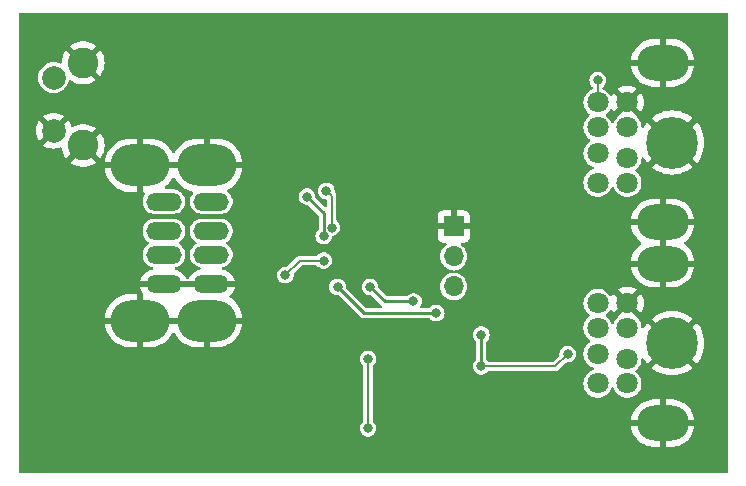
<source format=gbr>
%TF.GenerationSoftware,KiCad,Pcbnew,8.0.3*%
%TF.CreationDate,2024-07-18T19:47:18-07:00*%
%TF.ProjectId,ps2usb,70733275-7362-42e6-9b69-6361645f7063,rev?*%
%TF.SameCoordinates,Original*%
%TF.FileFunction,Copper,L2,Bot*%
%TF.FilePolarity,Positive*%
%FSLAX46Y46*%
G04 Gerber Fmt 4.6, Leading zero omitted, Abs format (unit mm)*
G04 Created by KiCad (PCBNEW 8.0.3) date 2024-07-18 19:47:18*
%MOMM*%
%LPD*%
G01*
G04 APERTURE LIST*
%TA.AperFunction,ComponentPad*%
%ADD10C,1.800000*%
%TD*%
%TA.AperFunction,ComponentPad*%
%ADD11O,4.400000X3.000000*%
%TD*%
%TA.AperFunction,ComponentPad*%
%ADD12C,4.400000*%
%TD*%
%TA.AperFunction,ComponentPad*%
%ADD13R,1.700000X1.700000*%
%TD*%
%TA.AperFunction,ComponentPad*%
%ADD14O,1.700000X1.700000*%
%TD*%
%TA.AperFunction,ComponentPad*%
%ADD15C,2.000000*%
%TD*%
%TA.AperFunction,ComponentPad*%
%ADD16C,2.600000*%
%TD*%
%TA.AperFunction,ComponentPad*%
%ADD17O,3.000000X1.500000*%
%TD*%
%TA.AperFunction,ComponentPad*%
%ADD18O,5.000000X3.500000*%
%TD*%
%TA.AperFunction,ViaPad*%
%ADD19C,0.800000*%
%TD*%
%TA.AperFunction,Conductor*%
%ADD20C,0.203200*%
%TD*%
%TA.AperFunction,Conductor*%
%ADD21C,0.254000*%
%TD*%
%TA.AperFunction,Conductor*%
%ADD22C,0.250000*%
%TD*%
G04 APERTURE END LIST*
D10*
%TO.P,J2,1,1*%
%TO.N,/DIN2-1*%
X151500000Y-107700000D03*
%TO.P,J2,2,2*%
%TO.N,/DIN2-2*%
X151500000Y-110300000D03*
%TO.P,J2,3,3*%
%TO.N,GND*%
X151500000Y-105600000D03*
%TO.P,J2,4,4*%
%TO.N,unconnected-(J2-Pad4)*%
X149000000Y-107700000D03*
%TO.P,J2,5,5*%
%TO.N,Net-(F1-Pad2)*%
X151500000Y-112400000D03*
%TO.P,J2,6,6*%
%TO.N,/DIN2-6*%
X149000000Y-105600000D03*
%TO.P,J2,7,7*%
%TO.N,unconnected-(J2-Pad7)*%
X149000000Y-109900000D03*
%TO.P,J2,8,8*%
%TO.N,/DIN2-8*%
X149000000Y-112400000D03*
D11*
%TO.P,J2,S,S*%
%TO.N,GND*%
X154500000Y-102250000D03*
D12*
X155300000Y-109000000D03*
D11*
X154500000Y-115750000D03*
%TD*%
D13*
%TO.P,J4,1,Pin_1*%
%TO.N,GND*%
X136800000Y-99110000D03*
D14*
%TO.P,J4,2,Pin_2*%
%TO.N,Net-(J4-Pin_2)*%
X136800000Y-101650000D03*
%TO.P,J4,3,Pin_3*%
%TO.N,Net-(J4-Pin_3)*%
X136800000Y-104190000D03*
%TD*%
D15*
%TO.P,S1,1,1*%
%TO.N,Net-(U1A-P3.4{slash}LEDC{slash}XCS0{slash}T0)*%
X102930000Y-86500000D03*
%TO.P,S1,2,2*%
%TO.N,GND*%
X102930000Y-91000000D03*
D16*
%TO.P,S1,M,M*%
X105430000Y-85250000D03*
X105430000Y-92250000D03*
%TD*%
D10*
%TO.P,J1,1,1*%
%TO.N,/DIN1-1*%
X151500000Y-90700000D03*
%TO.P,J1,2,2*%
%TO.N,/DIN1-2*%
X151500000Y-93300000D03*
%TO.P,J1,3,3*%
%TO.N,GND*%
X151500000Y-88600000D03*
%TO.P,J1,4,4*%
%TO.N,unconnected-(J1-Pad4)*%
X149000000Y-90700000D03*
%TO.P,J1,5,5*%
%TO.N,Net-(F1-Pad2)*%
X151500000Y-95400000D03*
%TO.P,J1,6,6*%
%TO.N,/DIN1-6*%
X149000000Y-88600000D03*
%TO.P,J1,7,7*%
%TO.N,unconnected-(J1-Pad7)*%
X149000000Y-92900000D03*
%TO.P,J1,8,8*%
%TO.N,/DIN1-8*%
X149000000Y-95400000D03*
D11*
%TO.P,J1,S,S*%
%TO.N,GND*%
X154500000Y-85250000D03*
D12*
X155300000Y-92000000D03*
D11*
X154500000Y-98750000D03*
%TD*%
D17*
%TO.P,J3,1A,VBUS*%
%TO.N,+5V*%
X116280000Y-97000000D03*
%TO.P,J3,1B,VBUS*%
X112260000Y-97000000D03*
%TO.P,J3,2A,D-*%
%TO.N,Net-(U1A-P5.4{slash}HM{slash}ALE{slash}XB)*%
X116280000Y-99500000D03*
%TO.P,J3,2B,D-*%
%TO.N,Net-(U1A-P5.0{slash}DM)*%
X112260000Y-99500000D03*
%TO.P,J3,3A,D+*%
%TO.N,Net-(U1A-P5.5{slash}HP{slash}!A15{slash}XA)*%
X116280000Y-101500000D03*
%TO.P,J3,3B,D+*%
%TO.N,Net-(U1A-P5.1{slash}DP)*%
X112260000Y-101500000D03*
%TO.P,J3,4A,GND*%
%TO.N,GND*%
X116280000Y-104000000D03*
%TO.P,J3,4B,GND*%
X112260000Y-104000000D03*
D18*
%TO.P,J3,S,SHIELD*%
X115930000Y-93930000D03*
X110250000Y-93930000D03*
X115930000Y-107070000D03*
X110250000Y-107070000D03*
%TD*%
D19*
%TO.N,+3.3V*%
X129550000Y-116200000D03*
X129550000Y-110325000D03*
%TO.N,GND*%
X119225000Y-101400000D03*
X157750003Y-82499989D03*
X158500003Y-118499989D03*
X128000000Y-82500000D03*
X145250000Y-118500000D03*
X127175000Y-96125000D03*
X122125000Y-100225000D03*
X101500000Y-82500000D03*
X114500000Y-82500000D03*
X123130000Y-108575000D03*
X104475000Y-114850000D03*
X134400000Y-112800000D03*
X106750000Y-96000000D03*
X147000000Y-91425000D03*
X134300000Y-102275000D03*
X130500003Y-118499989D03*
X101500003Y-118499989D03*
X128125000Y-103550000D03*
X132525000Y-97525000D03*
X119625000Y-93925000D03*
X134225000Y-95145200D03*
X115250000Y-118500000D03*
X134125000Y-108575000D03*
X144750000Y-82500000D03*
X127150000Y-92095200D03*
X128450000Y-100575000D03*
X147025000Y-108400000D03*
%TO.N,+5V*%
X139150000Y-110950000D03*
X139150000Y-108275000D03*
X146450000Y-109925000D03*
%TO.N,/DIN2-1*%
X126975000Y-104225000D03*
X135325000Y-106450000D03*
%TO.N,/DIN2-6*%
X129725000Y-104225000D03*
X133400000Y-105450000D03*
%TO.N,Net-(U1A-P3.4{slash}LEDC{slash}XCS0{slash}T0)*%
X126477400Y-99204800D03*
X126025000Y-96100000D03*
%TO.N,Net-(U1A-P5.1{slash}DP)*%
X122550000Y-103225000D03*
X125800000Y-102000000D03*
%TO.N,Net-(RN3-R4.2)*%
X124375000Y-96575000D03*
X125800000Y-99925000D03*
%TO.N,/DIN1-6*%
X149000000Y-86725000D03*
%TD*%
D20*
%TO.N,+3.3V*%
X129550000Y-116200000D02*
X129550000Y-110325000D01*
%TO.N,+5V*%
X145425000Y-110950000D02*
X139150000Y-110950000D01*
D21*
X139150000Y-108275000D02*
X139150000Y-110950000D01*
D20*
X146450000Y-109925000D02*
X145425000Y-110950000D01*
D22*
%TO.N,/DIN2-1*%
X126975000Y-104225000D02*
X129200000Y-106450000D01*
X129200000Y-106450000D02*
X135325000Y-106450000D01*
D21*
%TO.N,/DIN2-6*%
X133400000Y-105450000D02*
X130950000Y-105450000D01*
X130950000Y-105450000D02*
X129725000Y-104225000D01*
D20*
%TO.N,Net-(U1A-P3.4{slash}LEDC{slash}XCS0{slash}T0)*%
X126477400Y-96552400D02*
X126477400Y-99204800D01*
X126025000Y-96100000D02*
X126477400Y-96552400D01*
%TO.N,Net-(U1A-P5.1{slash}DP)*%
X123775000Y-102000000D02*
X125800000Y-102000000D01*
X122550000Y-103225000D02*
X123775000Y-102000000D01*
D22*
%TO.N,Net-(RN3-R4.2)*%
X125800000Y-98000000D02*
X125800000Y-99925000D01*
X124375000Y-96575000D02*
X125800000Y-98000000D01*
D20*
%TO.N,/DIN1-6*%
X149000000Y-88600000D02*
X149000000Y-86725000D01*
%TD*%
%TA.AperFunction,Conductor*%
%TO.N,GND*%
G36*
X151080667Y-105773694D02*
G01*
X151139910Y-105876306D01*
X151223694Y-105960090D01*
X151326306Y-106019333D01*
X151415876Y-106043333D01*
X150692238Y-106766970D01*
X150681870Y-106812566D01*
X150656742Y-106844258D01*
X150609018Y-106887764D01*
X150474942Y-107065310D01*
X150474938Y-107065315D01*
X150375774Y-107264462D01*
X150375770Y-107264474D01*
X150371190Y-107280572D01*
X150333308Y-107340618D01*
X150268977Y-107370652D01*
X150198621Y-107361138D01*
X150144577Y-107315097D01*
X150128810Y-107280572D01*
X150126514Y-107272502D01*
X150124229Y-107264472D01*
X150124226Y-107264467D01*
X150124225Y-107264462D01*
X150025061Y-107065315D01*
X150025057Y-107065310D01*
X149890982Y-106887764D01*
X149732309Y-106743115D01*
X149695443Y-106682441D01*
X149697232Y-106611467D01*
X149732309Y-106556885D01*
X149890982Y-106412235D01*
X149970580Y-106306830D01*
X150025058Y-106234689D01*
X150025059Y-106234685D01*
X150025185Y-106234484D01*
X150025271Y-106234406D01*
X150028569Y-106230040D01*
X150029422Y-106230684D01*
X150078049Y-106187093D01*
X150148143Y-106175806D01*
X150213212Y-106204206D01*
X150247704Y-106250195D01*
X150257457Y-106272430D01*
X150340796Y-106399990D01*
X151056666Y-105684122D01*
X151080667Y-105773694D01*
G37*
%TD.AperFunction*%
%TA.AperFunction,Conductor*%
G36*
X114780000Y-106979493D02*
G01*
X114780000Y-107160507D01*
X114805895Y-107324000D01*
X111374105Y-107324000D01*
X111400000Y-107160507D01*
X111400000Y-106979493D01*
X111374105Y-106816000D01*
X114805895Y-106816000D01*
X114780000Y-106979493D01*
G37*
%TD.AperFunction*%
%TA.AperFunction,Conductor*%
G36*
X115114075Y-103807007D02*
G01*
X115080000Y-103934174D01*
X115080000Y-104065826D01*
X115114075Y-104192993D01*
X115149297Y-104254000D01*
X113390703Y-104254000D01*
X113425925Y-104192993D01*
X113460000Y-104065826D01*
X113460000Y-103934174D01*
X113425925Y-103807007D01*
X113390703Y-103746000D01*
X115149297Y-103746000D01*
X115114075Y-103807007D01*
G37*
%TD.AperFunction*%
%TA.AperFunction,Conductor*%
G36*
X154754000Y-101176518D02*
G01*
X154586572Y-101150000D01*
X154413428Y-101150000D01*
X154246000Y-101176518D01*
X154246000Y-99823481D01*
X154413428Y-99850000D01*
X154586572Y-99850000D01*
X154754000Y-99823481D01*
X154754000Y-101176518D01*
G37*
%TD.AperFunction*%
%TA.AperFunction,Conductor*%
G36*
X114780000Y-93839493D02*
G01*
X114780000Y-94020507D01*
X114805895Y-94184000D01*
X111374105Y-94184000D01*
X111400000Y-94020507D01*
X111400000Y-93839493D01*
X111374105Y-93676000D01*
X114805895Y-93676000D01*
X114780000Y-93839493D01*
G37*
%TD.AperFunction*%
%TA.AperFunction,Conductor*%
G36*
X151080667Y-88773694D02*
G01*
X151139910Y-88876306D01*
X151223694Y-88960090D01*
X151326306Y-89019333D01*
X151415876Y-89043333D01*
X150692238Y-89766970D01*
X150681870Y-89812566D01*
X150656742Y-89844258D01*
X150609018Y-89887764D01*
X150474942Y-90065310D01*
X150474938Y-90065315D01*
X150375774Y-90264462D01*
X150375770Y-90264474D01*
X150371190Y-90280572D01*
X150333308Y-90340618D01*
X150268977Y-90370652D01*
X150198621Y-90361138D01*
X150144577Y-90315097D01*
X150128810Y-90280572D01*
X150126514Y-90272502D01*
X150124229Y-90264472D01*
X150124226Y-90264467D01*
X150124225Y-90264462D01*
X150025061Y-90065315D01*
X150025057Y-90065310D01*
X149890982Y-89887764D01*
X149732309Y-89743115D01*
X149695443Y-89682441D01*
X149697232Y-89611467D01*
X149732309Y-89556885D01*
X149890982Y-89412235D01*
X149970580Y-89306830D01*
X150025058Y-89234689D01*
X150025059Y-89234685D01*
X150025185Y-89234484D01*
X150025271Y-89234406D01*
X150028569Y-89230040D01*
X150029422Y-89230684D01*
X150078049Y-89187093D01*
X150148143Y-89175806D01*
X150213212Y-89204206D01*
X150247704Y-89250195D01*
X150257457Y-89272430D01*
X150340796Y-89399990D01*
X151056666Y-88684122D01*
X151080667Y-88773694D01*
G37*
%TD.AperFunction*%
%TA.AperFunction,Conductor*%
G36*
X159942121Y-81020002D02*
G01*
X159988614Y-81073658D01*
X160000000Y-81126000D01*
X160000000Y-119874000D01*
X159979998Y-119942121D01*
X159926342Y-119988614D01*
X159874000Y-120000000D01*
X100126000Y-120000000D01*
X100057879Y-119979998D01*
X100011386Y-119926342D01*
X100000000Y-119874000D01*
X100000001Y-115657975D01*
X100000002Y-110324997D01*
X128844355Y-110324997D01*
X128844355Y-110325002D01*
X128864859Y-110493871D01*
X128925179Y-110652925D01*
X128925181Y-110652929D01*
X128982196Y-110735528D01*
X129021817Y-110792929D01*
X129105453Y-110867024D01*
X129143178Y-110927167D01*
X129147900Y-110961336D01*
X129147900Y-115563663D01*
X129127898Y-115631784D01*
X129105454Y-115657975D01*
X129021815Y-115732072D01*
X128925181Y-115872070D01*
X128925179Y-115872074D01*
X128864859Y-116031128D01*
X128844355Y-116199997D01*
X128844355Y-116200002D01*
X128864859Y-116368871D01*
X128925179Y-116527925D01*
X128925181Y-116527929D01*
X129021816Y-116667928D01*
X129021818Y-116667930D01*
X129136365Y-116769410D01*
X129149148Y-116780734D01*
X129299775Y-116859790D01*
X129299776Y-116859790D01*
X129299778Y-116859791D01*
X129456461Y-116898409D01*
X129464944Y-116900500D01*
X129464947Y-116900500D01*
X129635053Y-116900500D01*
X129635056Y-116900500D01*
X129800225Y-116859790D01*
X129950852Y-116780734D01*
X130078183Y-116667929D01*
X130174818Y-116527930D01*
X130235140Y-116368872D01*
X130255645Y-116200000D01*
X130235140Y-116031128D01*
X130174818Y-115872070D01*
X130078183Y-115732071D01*
X129994545Y-115657974D01*
X129956821Y-115597831D01*
X129952100Y-115563663D01*
X129952100Y-115496000D01*
X151808113Y-115496000D01*
X153426518Y-115496000D01*
X153400000Y-115663428D01*
X153400000Y-115836572D01*
X153426518Y-116004000D01*
X151808113Y-116004000D01*
X151826355Y-116142574D01*
X151826356Y-116142577D01*
X151894484Y-116396835D01*
X151995216Y-116640023D01*
X151995221Y-116640034D01*
X152126823Y-116867975D01*
X152287066Y-117076807D01*
X152287075Y-117076818D01*
X152473181Y-117262924D01*
X152473192Y-117262933D01*
X152682024Y-117423176D01*
X152909965Y-117554778D01*
X152909976Y-117554783D01*
X153153164Y-117655515D01*
X153407424Y-117723644D01*
X153668386Y-117757999D01*
X153668396Y-117758000D01*
X154246000Y-117758000D01*
X154246000Y-116823481D01*
X154413428Y-116850000D01*
X154586572Y-116850000D01*
X154754000Y-116823481D01*
X154754000Y-117758000D01*
X155331604Y-117758000D01*
X155331613Y-117757999D01*
X155592575Y-117723644D01*
X155846835Y-117655515D01*
X156090023Y-117554783D01*
X156090034Y-117554778D01*
X156317975Y-117423176D01*
X156526807Y-117262933D01*
X156526818Y-117262924D01*
X156712924Y-117076818D01*
X156712933Y-117076807D01*
X156873176Y-116867975D01*
X157004778Y-116640034D01*
X157004783Y-116640023D01*
X157105515Y-116396835D01*
X157173643Y-116142577D01*
X157173644Y-116142574D01*
X157191887Y-116004000D01*
X155573482Y-116004000D01*
X155600000Y-115836572D01*
X155600000Y-115663428D01*
X155573482Y-115496000D01*
X157191887Y-115496000D01*
X157173644Y-115357425D01*
X157173643Y-115357422D01*
X157105515Y-115103164D01*
X157004783Y-114859976D01*
X157004778Y-114859965D01*
X156873176Y-114632024D01*
X156712933Y-114423192D01*
X156712924Y-114423181D01*
X156526818Y-114237075D01*
X156526807Y-114237066D01*
X156317975Y-114076823D01*
X156090034Y-113945221D01*
X156090023Y-113945216D01*
X155846835Y-113844484D01*
X155592575Y-113776355D01*
X155331613Y-113742000D01*
X154754000Y-113742000D01*
X154754000Y-114676518D01*
X154586572Y-114650000D01*
X154413428Y-114650000D01*
X154246000Y-114676518D01*
X154246000Y-113742000D01*
X153668386Y-113742000D01*
X153407424Y-113776355D01*
X153153164Y-113844484D01*
X152909976Y-113945216D01*
X152909965Y-113945221D01*
X152682024Y-114076823D01*
X152473192Y-114237066D01*
X152473181Y-114237075D01*
X152287075Y-114423181D01*
X152287066Y-114423192D01*
X152126823Y-114632024D01*
X151995221Y-114859965D01*
X151995216Y-114859976D01*
X151894484Y-115103164D01*
X151826356Y-115357422D01*
X151826355Y-115357425D01*
X151808113Y-115496000D01*
X129952100Y-115496000D01*
X129952100Y-110961336D01*
X129972102Y-110893215D01*
X129994545Y-110867025D01*
X130078183Y-110792929D01*
X130174818Y-110652930D01*
X130184129Y-110628380D01*
X130215742Y-110545020D01*
X130235140Y-110493872D01*
X130250357Y-110368548D01*
X130255645Y-110325002D01*
X130255645Y-110324997D01*
X130235140Y-110156128D01*
X130174820Y-109997074D01*
X130174818Y-109997070D01*
X130078183Y-109857071D01*
X130078181Y-109857069D01*
X129950857Y-109744270D01*
X129950851Y-109744265D01*
X129800225Y-109665210D01*
X129800221Y-109665208D01*
X129635059Y-109624500D01*
X129635056Y-109624500D01*
X129464944Y-109624500D01*
X129464940Y-109624500D01*
X129299778Y-109665208D01*
X129299774Y-109665210D01*
X129149148Y-109744265D01*
X129149142Y-109744270D01*
X129021818Y-109857069D01*
X129021816Y-109857071D01*
X128925181Y-109997070D01*
X128925179Y-109997074D01*
X128864859Y-110156128D01*
X128844355Y-110324997D01*
X100000002Y-110324997D01*
X100000002Y-106815999D01*
X107255955Y-106815999D01*
X107255956Y-106816000D01*
X109125895Y-106816000D01*
X109100000Y-106979493D01*
X109100000Y-107160507D01*
X109125895Y-107324000D01*
X107255956Y-107324000D01*
X107280633Y-107511451D01*
X107357244Y-107797367D01*
X107470517Y-108070832D01*
X107470522Y-108070843D01*
X107618515Y-108327174D01*
X107798698Y-108561991D01*
X107798717Y-108562012D01*
X108007987Y-108771282D01*
X108008008Y-108771301D01*
X108242825Y-108951484D01*
X108499156Y-109099477D01*
X108499167Y-109099482D01*
X108772632Y-109212755D01*
X109058548Y-109289366D01*
X109352000Y-109327999D01*
X109352010Y-109328000D01*
X109996000Y-109328000D01*
X109996000Y-108194105D01*
X110159493Y-108220000D01*
X110340507Y-108220000D01*
X110504000Y-108194105D01*
X110504000Y-109328000D01*
X111147990Y-109328000D01*
X111147999Y-109327999D01*
X111441451Y-109289366D01*
X111727367Y-109212755D01*
X112000832Y-109099482D01*
X112000843Y-109099477D01*
X112257174Y-108951484D01*
X112491991Y-108771301D01*
X112492012Y-108771282D01*
X112701282Y-108562012D01*
X112701301Y-108561991D01*
X112881484Y-108327174D01*
X112980881Y-108155014D01*
X113032263Y-108106021D01*
X113101977Y-108092585D01*
X113167888Y-108118971D01*
X113199119Y-108155014D01*
X113298515Y-108327174D01*
X113478698Y-108561991D01*
X113478717Y-108562012D01*
X113687987Y-108771282D01*
X113688008Y-108771301D01*
X113922825Y-108951484D01*
X114179156Y-109099477D01*
X114179167Y-109099482D01*
X114452632Y-109212755D01*
X114738548Y-109289366D01*
X115032000Y-109327999D01*
X115032010Y-109328000D01*
X115676000Y-109328000D01*
X115676000Y-108194105D01*
X115839493Y-108220000D01*
X116020507Y-108220000D01*
X116184000Y-108194105D01*
X116184000Y-109328000D01*
X116827990Y-109328000D01*
X116827999Y-109327999D01*
X117121451Y-109289366D01*
X117407367Y-109212755D01*
X117680832Y-109099482D01*
X117680843Y-109099477D01*
X117937174Y-108951484D01*
X118171991Y-108771301D01*
X118172012Y-108771282D01*
X118381282Y-108562012D01*
X118381301Y-108561991D01*
X118561484Y-108327174D01*
X118591608Y-108274997D01*
X138444355Y-108274997D01*
X138444355Y-108275002D01*
X138464859Y-108443871D01*
X138525179Y-108602925D01*
X138525181Y-108602929D01*
X138587266Y-108692873D01*
X138621817Y-108742929D01*
X138668365Y-108784167D01*
X138680053Y-108794521D01*
X138717779Y-108854665D01*
X138722500Y-108888834D01*
X138722500Y-110336165D01*
X138702498Y-110404286D01*
X138680054Y-110430476D01*
X138621819Y-110482068D01*
X138621816Y-110482071D01*
X138525181Y-110622070D01*
X138525179Y-110622074D01*
X138464859Y-110781128D01*
X138444355Y-110949997D01*
X138444355Y-110950002D01*
X138464859Y-111118871D01*
X138525179Y-111277925D01*
X138525181Y-111277929D01*
X138621816Y-111417928D01*
X138621818Y-111417930D01*
X138644332Y-111437876D01*
X138749148Y-111530734D01*
X138899775Y-111609790D01*
X138899776Y-111609790D01*
X138899778Y-111609791D01*
X139056461Y-111648409D01*
X139064944Y-111650500D01*
X139064947Y-111650500D01*
X139235053Y-111650500D01*
X139235056Y-111650500D01*
X139400225Y-111609790D01*
X139550852Y-111530734D01*
X139678183Y-111417929D01*
X139681454Y-111413189D01*
X139686058Y-111406521D01*
X139741218Y-111361823D01*
X139789752Y-111352100D01*
X145477936Y-111352100D01*
X145477938Y-111352100D01*
X145580205Y-111324698D01*
X145671895Y-111271760D01*
X146281251Y-110662403D01*
X146343562Y-110628380D01*
X146370345Y-110625500D01*
X146535053Y-110625500D01*
X146535056Y-110625500D01*
X146700225Y-110584790D01*
X146850852Y-110505734D01*
X146978183Y-110392929D01*
X147074818Y-110252930D01*
X147135140Y-110093872D01*
X147146894Y-109997070D01*
X147155645Y-109925002D01*
X147155645Y-109924997D01*
X147135140Y-109756128D01*
X147074820Y-109597074D01*
X147074818Y-109597070D01*
X146978183Y-109457071D01*
X146978181Y-109457069D01*
X146850857Y-109344270D01*
X146850851Y-109344265D01*
X146700225Y-109265210D01*
X146700221Y-109265208D01*
X146535059Y-109224500D01*
X146535056Y-109224500D01*
X146364944Y-109224500D01*
X146364940Y-109224500D01*
X146199778Y-109265208D01*
X146199774Y-109265210D01*
X146049148Y-109344265D01*
X146049142Y-109344270D01*
X145921818Y-109457069D01*
X145921816Y-109457071D01*
X145825181Y-109597070D01*
X145825179Y-109597074D01*
X145764859Y-109756128D01*
X145744355Y-109924997D01*
X145744355Y-109925002D01*
X145751792Y-109986253D01*
X145740147Y-110056288D01*
X145715807Y-110090535D01*
X145295350Y-110510995D01*
X145233038Y-110545020D01*
X145206254Y-110547900D01*
X139789752Y-110547900D01*
X139721631Y-110527898D01*
X139686058Y-110493479D01*
X139678184Y-110482072D01*
X139678180Y-110482068D01*
X139619946Y-110430476D01*
X139582221Y-110370332D01*
X139577500Y-110336165D01*
X139577500Y-108888834D01*
X139597502Y-108820713D01*
X139619947Y-108794521D01*
X139678183Y-108742929D01*
X139774818Y-108602930D01*
X139835140Y-108443872D01*
X139849310Y-108327174D01*
X139855645Y-108275002D01*
X139855645Y-108274997D01*
X139835140Y-108106128D01*
X139774820Y-107947074D01*
X139774818Y-107947070D01*
X139678183Y-107807071D01*
X139678181Y-107807069D01*
X139550857Y-107694270D01*
X139550851Y-107694265D01*
X139400225Y-107615210D01*
X139400221Y-107615208D01*
X139235059Y-107574500D01*
X139235056Y-107574500D01*
X139064944Y-107574500D01*
X139064940Y-107574500D01*
X138899778Y-107615208D01*
X138899774Y-107615210D01*
X138749148Y-107694265D01*
X138749142Y-107694270D01*
X138621818Y-107807069D01*
X138621816Y-107807071D01*
X138525181Y-107947070D01*
X138525179Y-107947074D01*
X138464859Y-108106128D01*
X138444355Y-108274997D01*
X118591608Y-108274997D01*
X118709477Y-108070843D01*
X118709482Y-108070832D01*
X118822755Y-107797367D01*
X118899366Y-107511451D01*
X118924044Y-107324000D01*
X117054105Y-107324000D01*
X117080000Y-107160507D01*
X117080000Y-106979493D01*
X117054105Y-106816000D01*
X118924044Y-106816000D01*
X118924044Y-106815999D01*
X118899366Y-106628548D01*
X118822755Y-106342632D01*
X118709482Y-106069167D01*
X118709477Y-106069156D01*
X118561484Y-105812825D01*
X118381301Y-105578008D01*
X118381282Y-105577987D01*
X118172012Y-105368717D01*
X118171991Y-105368698D01*
X117937172Y-105188515D01*
X117937160Y-105188507D01*
X117878658Y-105154730D01*
X117829665Y-105103347D01*
X117816230Y-105033634D01*
X117842617Y-104967723D01*
X117852564Y-104956516D01*
X117989548Y-104819532D01*
X118105935Y-104659339D01*
X118195834Y-104482902D01*
X118257024Y-104294579D01*
X118263452Y-104254000D01*
X116010703Y-104254000D01*
X116027448Y-104224997D01*
X126269355Y-104224997D01*
X126269355Y-104225002D01*
X126289859Y-104393871D01*
X126350179Y-104552925D01*
X126350181Y-104552929D01*
X126446816Y-104692928D01*
X126446818Y-104692930D01*
X126570359Y-104802378D01*
X126574148Y-104805734D01*
X126724775Y-104884790D01*
X126724776Y-104884790D01*
X126724778Y-104884791D01*
X126871723Y-104921009D01*
X126889944Y-104925500D01*
X126889947Y-104925500D01*
X127021562Y-104925500D01*
X127089683Y-104945502D01*
X127110657Y-104962405D01*
X128938730Y-106790479D01*
X128938735Y-106790483D01*
X128938737Y-106790485D01*
X128938738Y-106790486D01*
X128938740Y-106790487D01*
X128982930Y-106816000D01*
X129035763Y-106846503D01*
X129143981Y-106875500D01*
X129143982Y-106875500D01*
X134702520Y-106875500D01*
X134770641Y-106895502D01*
X134791026Y-106912971D01*
X134791112Y-106912875D01*
X134796816Y-106917928D01*
X134796817Y-106917929D01*
X134924148Y-107030734D01*
X135074775Y-107109790D01*
X135074776Y-107109790D01*
X135074778Y-107109791D01*
X135231461Y-107148409D01*
X135239944Y-107150500D01*
X135239947Y-107150500D01*
X135410053Y-107150500D01*
X135410056Y-107150500D01*
X135575225Y-107109790D01*
X135725852Y-107030734D01*
X135853183Y-106917929D01*
X135949818Y-106777930D01*
X136010140Y-106618872D01*
X136030645Y-106450000D01*
X136026059Y-106412235D01*
X136010140Y-106281128D01*
X135949820Y-106122074D01*
X135949818Y-106122070D01*
X135853183Y-105982071D01*
X135853181Y-105982069D01*
X135725857Y-105869270D01*
X135725851Y-105869265D01*
X135575225Y-105790210D01*
X135575221Y-105790208D01*
X135410059Y-105749500D01*
X135410056Y-105749500D01*
X135239944Y-105749500D01*
X135239940Y-105749500D01*
X135074778Y-105790208D01*
X135074774Y-105790210D01*
X134924148Y-105869265D01*
X134924146Y-105869267D01*
X134791112Y-105987125D01*
X134790266Y-105986170D01*
X134736690Y-106019778D01*
X134702520Y-106024500D01*
X134094695Y-106024500D01*
X134026574Y-106004498D01*
X133980081Y-105950842D01*
X133969977Y-105880568D01*
X133991000Y-105826923D01*
X134024818Y-105777930D01*
X134026425Y-105773694D01*
X134085140Y-105618871D01*
X134087432Y-105600000D01*
X147794357Y-105600000D01*
X147814885Y-105821539D01*
X147875768Y-106035520D01*
X147875774Y-106035537D01*
X147974938Y-106234684D01*
X147974942Y-106234689D01*
X148109017Y-106412235D01*
X148267690Y-106556885D01*
X148304556Y-106617560D01*
X148302767Y-106688534D01*
X148267690Y-106743115D01*
X148109017Y-106887764D01*
X147974942Y-107065310D01*
X147974938Y-107065315D01*
X147875774Y-107264462D01*
X147875768Y-107264479D01*
X147814885Y-107478460D01*
X147794357Y-107700000D01*
X147814885Y-107921539D01*
X147875768Y-108135520D01*
X147875774Y-108135537D01*
X147974938Y-108334684D01*
X147974942Y-108334689D01*
X148109017Y-108512235D01*
X148273436Y-108662123D01*
X148323099Y-108692873D01*
X148370486Y-108745740D01*
X148381769Y-108815834D01*
X148353365Y-108880901D01*
X148323099Y-108907127D01*
X148273436Y-108937876D01*
X148109017Y-109087764D01*
X147974942Y-109265310D01*
X147974938Y-109265315D01*
X147875774Y-109464462D01*
X147875768Y-109464479D01*
X147814885Y-109678460D01*
X147794357Y-109900000D01*
X147814885Y-110121539D01*
X147875768Y-110335520D01*
X147875774Y-110335537D01*
X147974938Y-110534684D01*
X147974942Y-110534689D01*
X148109017Y-110712235D01*
X148273438Y-110862124D01*
X148273439Y-110862125D01*
X148462587Y-110979240D01*
X148462590Y-110979241D01*
X148462599Y-110979247D01*
X148523929Y-111003006D01*
X148600082Y-111032509D01*
X148656377Y-111075768D01*
X148680347Y-111142596D01*
X148664383Y-111211774D01*
X148613552Y-111261340D01*
X148600082Y-111267491D01*
X148462603Y-111320751D01*
X148462587Y-111320759D01*
X148273439Y-111437874D01*
X148273438Y-111437875D01*
X148109017Y-111587764D01*
X147974942Y-111765310D01*
X147974938Y-111765315D01*
X147875774Y-111964462D01*
X147875768Y-111964479D01*
X147814885Y-112178460D01*
X147794357Y-112400000D01*
X147814885Y-112621539D01*
X147875768Y-112835520D01*
X147875774Y-112835537D01*
X147974938Y-113034684D01*
X147974942Y-113034689D01*
X148109017Y-113212235D01*
X148273438Y-113362124D01*
X148273439Y-113362125D01*
X148462587Y-113479240D01*
X148462590Y-113479241D01*
X148462599Y-113479247D01*
X148552989Y-113514264D01*
X148670053Y-113559616D01*
X148670056Y-113559616D01*
X148670060Y-113559618D01*
X148888757Y-113600500D01*
X148888760Y-113600500D01*
X149111240Y-113600500D01*
X149111243Y-113600500D01*
X149329940Y-113559618D01*
X149329944Y-113559616D01*
X149329946Y-113559616D01*
X149383298Y-113538946D01*
X149537401Y-113479247D01*
X149726562Y-113362124D01*
X149890981Y-113212236D01*
X150025058Y-113034689D01*
X150025059Y-113034685D01*
X150025061Y-113034684D01*
X150124225Y-112835537D01*
X150124226Y-112835533D01*
X150124229Y-112835528D01*
X150128810Y-112819429D01*
X150166690Y-112759382D01*
X150231021Y-112729348D01*
X150301378Y-112738861D01*
X150355422Y-112784901D01*
X150371190Y-112819429D01*
X150375768Y-112835520D01*
X150375774Y-112835537D01*
X150474938Y-113034684D01*
X150474942Y-113034689D01*
X150609017Y-113212235D01*
X150773438Y-113362124D01*
X150773439Y-113362125D01*
X150962587Y-113479240D01*
X150962590Y-113479241D01*
X150962599Y-113479247D01*
X151052989Y-113514264D01*
X151170053Y-113559616D01*
X151170056Y-113559616D01*
X151170060Y-113559618D01*
X151388757Y-113600500D01*
X151388760Y-113600500D01*
X151611240Y-113600500D01*
X151611243Y-113600500D01*
X151829940Y-113559618D01*
X151829944Y-113559616D01*
X151829946Y-113559616D01*
X151883298Y-113538946D01*
X152037401Y-113479247D01*
X152226562Y-113362124D01*
X152390981Y-113212236D01*
X152525058Y-113034689D01*
X152525059Y-113034685D01*
X152525061Y-113034684D01*
X152624225Y-112835537D01*
X152624226Y-112835533D01*
X152624229Y-112835528D01*
X152685115Y-112621536D01*
X152705643Y-112400000D01*
X152685115Y-112178464D01*
X152624229Y-111964472D01*
X152624227Y-111964468D01*
X152624225Y-111964462D01*
X152525061Y-111765315D01*
X152525057Y-111765310D01*
X152390982Y-111587764D01*
X152232309Y-111443115D01*
X152195443Y-111382441D01*
X152197232Y-111311467D01*
X152232309Y-111256885D01*
X152390982Y-111112235D01*
X152451188Y-111032509D01*
X152525058Y-110934689D01*
X152525059Y-110934685D01*
X152525061Y-110934684D01*
X152624225Y-110735537D01*
X152624226Y-110735533D01*
X152624229Y-110735528D01*
X152685115Y-110521536D01*
X152699025Y-110371419D01*
X152725226Y-110305437D01*
X152782943Y-110264093D01*
X152853849Y-110260516D01*
X152915433Y-110295842D01*
X152932316Y-110317863D01*
X153067285Y-110541130D01*
X153213292Y-110727495D01*
X153213293Y-110727496D01*
X154361328Y-109579460D01*
X154460967Y-109716602D01*
X154583398Y-109839033D01*
X154720538Y-109938670D01*
X153572502Y-111086705D01*
X153572503Y-111086706D01*
X153758869Y-111232714D01*
X153758874Y-111232717D01*
X154039227Y-111402196D01*
X154337975Y-111536651D01*
X154650752Y-111634117D01*
X154650761Y-111634119D01*
X154972989Y-111693169D01*
X154972992Y-111693170D01*
X155299999Y-111712950D01*
X155300001Y-111712950D01*
X155627007Y-111693170D01*
X155627010Y-111693169D01*
X155949238Y-111634119D01*
X155949247Y-111634117D01*
X156262024Y-111536651D01*
X156560772Y-111402196D01*
X156841127Y-111232716D01*
X157027495Y-111086705D01*
X157027496Y-111086705D01*
X155879461Y-109938670D01*
X156016602Y-109839033D01*
X156139033Y-109716602D01*
X156238670Y-109579461D01*
X157386705Y-110727496D01*
X157386705Y-110727495D01*
X157532716Y-110541127D01*
X157702196Y-110260772D01*
X157836651Y-109962024D01*
X157934117Y-109649247D01*
X157934119Y-109649238D01*
X157993169Y-109327010D01*
X157993170Y-109327007D01*
X158012950Y-109000001D01*
X158012950Y-108999998D01*
X157993170Y-108672992D01*
X157993169Y-108672989D01*
X157934119Y-108350761D01*
X157934117Y-108350752D01*
X157836651Y-108037975D01*
X157702196Y-107739227D01*
X157532717Y-107458874D01*
X157532714Y-107458869D01*
X157386706Y-107272503D01*
X157386705Y-107272502D01*
X156238669Y-108420537D01*
X156139033Y-108283398D01*
X156016602Y-108160967D01*
X155879461Y-108061329D01*
X157027496Y-106913293D01*
X157027495Y-106913292D01*
X156841130Y-106767285D01*
X156841125Y-106767282D01*
X156560772Y-106597803D01*
X156262024Y-106463348D01*
X155949247Y-106365882D01*
X155949238Y-106365880D01*
X155627010Y-106306830D01*
X155627007Y-106306829D01*
X155300001Y-106287050D01*
X155299999Y-106287050D01*
X154972992Y-106306829D01*
X154972989Y-106306830D01*
X154650761Y-106365880D01*
X154650752Y-106365882D01*
X154337975Y-106463348D01*
X154039227Y-106597803D01*
X153758877Y-106767280D01*
X153572502Y-106913293D01*
X154720538Y-108061329D01*
X154583398Y-108160967D01*
X154460967Y-108283398D01*
X154361329Y-108420538D01*
X153213293Y-107272502D01*
X153067280Y-107458877D01*
X152932315Y-107682137D01*
X152879957Y-107730085D01*
X152809986Y-107742115D01*
X152744620Y-107714406D01*
X152704611Y-107655756D01*
X152699025Y-107628584D01*
X152685115Y-107478464D01*
X152624229Y-107264472D01*
X152624227Y-107264468D01*
X152624225Y-107264462D01*
X152525061Y-107065315D01*
X152525057Y-107065310D01*
X152390984Y-106887767D01*
X152345716Y-106846500D01*
X152343256Y-106844257D01*
X152306391Y-106783583D01*
X152304403Y-106763614D01*
X151584123Y-106043333D01*
X151673694Y-106019333D01*
X151776306Y-105960090D01*
X151860090Y-105876306D01*
X151919333Y-105773694D01*
X151943333Y-105684124D01*
X152659200Y-106399991D01*
X152659202Y-106399991D01*
X152742544Y-106272427D01*
X152836273Y-106058747D01*
X152836275Y-106058743D01*
X152893555Y-105832549D01*
X152912825Y-105600000D01*
X152893555Y-105367450D01*
X152836275Y-105141256D01*
X152836273Y-105141252D01*
X152742544Y-104927572D01*
X152659201Y-104800007D01*
X151943333Y-105515875D01*
X151919333Y-105426306D01*
X151860090Y-105323694D01*
X151776306Y-105239910D01*
X151673694Y-105180667D01*
X151584123Y-105156666D01*
X152301318Y-104439470D01*
X152272740Y-104417227D01*
X152067525Y-104306172D01*
X152067522Y-104306170D01*
X151846832Y-104230407D01*
X151846823Y-104230405D01*
X151616666Y-104192000D01*
X151383334Y-104192000D01*
X151153176Y-104230405D01*
X151153167Y-104230407D01*
X150932477Y-104306170D01*
X150932474Y-104306172D01*
X150727258Y-104417227D01*
X150698680Y-104439469D01*
X150698680Y-104439471D01*
X151415875Y-105156666D01*
X151326306Y-105180667D01*
X151223694Y-105239910D01*
X151139910Y-105323694D01*
X151080667Y-105426306D01*
X151056666Y-105515875D01*
X150340798Y-104800007D01*
X150340797Y-104800007D01*
X150257459Y-104927566D01*
X150257452Y-104927578D01*
X150247703Y-104949805D01*
X150202022Y-105004153D01*
X150134209Y-105025177D01*
X150065796Y-105006200D01*
X150029167Y-104969508D01*
X150028569Y-104969960D01*
X150025309Y-104965643D01*
X150025191Y-104965525D01*
X150025059Y-104965312D01*
X149890982Y-104787764D01*
X149726561Y-104637875D01*
X149726560Y-104637874D01*
X149537412Y-104520759D01*
X149537405Y-104520755D01*
X149537401Y-104520753D01*
X149531402Y-104518429D01*
X149329946Y-104440383D01*
X149290972Y-104433097D01*
X149111243Y-104399500D01*
X148888757Y-104399500D01*
X148747674Y-104425873D01*
X148670053Y-104440383D01*
X148462603Y-104520751D01*
X148462587Y-104520759D01*
X148273439Y-104637874D01*
X148273438Y-104637875D01*
X148109017Y-104787764D01*
X147974942Y-104965310D01*
X147974938Y-104965315D01*
X147875774Y-105164462D01*
X147875768Y-105164479D01*
X147814885Y-105378460D01*
X147794357Y-105600000D01*
X134087432Y-105600000D01*
X134105645Y-105450000D01*
X134096958Y-105378460D01*
X134085140Y-105281128D01*
X134024820Y-105122074D01*
X134024818Y-105122070D01*
X133928183Y-104982071D01*
X133928181Y-104982069D01*
X133800857Y-104869270D01*
X133800851Y-104869265D01*
X133650225Y-104790210D01*
X133650221Y-104790208D01*
X133485059Y-104749500D01*
X133485056Y-104749500D01*
X133314944Y-104749500D01*
X133314940Y-104749500D01*
X133149778Y-104790208D01*
X133149774Y-104790210D01*
X132999148Y-104869265D01*
X132999142Y-104869270D01*
X132866112Y-104987125D01*
X132864762Y-104985602D01*
X132813449Y-105017782D01*
X132779292Y-105022500D01*
X131179266Y-105022500D01*
X131111145Y-105002498D01*
X131090171Y-104985595D01*
X130463082Y-104358506D01*
X130429056Y-104296194D01*
X130427096Y-104254224D01*
X130430645Y-104225000D01*
X130430480Y-104223644D01*
X130415266Y-104098346D01*
X130410140Y-104056128D01*
X130349818Y-103897070D01*
X130253183Y-103757071D01*
X130253181Y-103757069D01*
X130125857Y-103644270D01*
X130125851Y-103644265D01*
X129975225Y-103565210D01*
X129975221Y-103565208D01*
X129810059Y-103524500D01*
X129810056Y-103524500D01*
X129639944Y-103524500D01*
X129639940Y-103524500D01*
X129474778Y-103565208D01*
X129474774Y-103565210D01*
X129324148Y-103644265D01*
X129324142Y-103644270D01*
X129196818Y-103757069D01*
X129196816Y-103757071D01*
X129100181Y-103897070D01*
X129100179Y-103897074D01*
X129039859Y-104056128D01*
X129019355Y-104224997D01*
X129019355Y-104225002D01*
X129039859Y-104393871D01*
X129100179Y-104552925D01*
X129100181Y-104552929D01*
X129196816Y-104692928D01*
X129196818Y-104692930D01*
X129320359Y-104802378D01*
X129324148Y-104805734D01*
X129474775Y-104884790D01*
X129474776Y-104884790D01*
X129474778Y-104884791D01*
X129621723Y-104921009D01*
X129639944Y-104925500D01*
X129639947Y-104925500D01*
X129768734Y-104925500D01*
X129836855Y-104945502D01*
X129857824Y-104962400D01*
X130687509Y-105792085D01*
X130687512Y-105792087D01*
X130694061Y-105797112D01*
X130692338Y-105799357D01*
X130731820Y-105840767D01*
X130745254Y-105910481D01*
X130718865Y-105976391D01*
X130661032Y-106017571D01*
X130619825Y-106024500D01*
X129428438Y-106024500D01*
X129360317Y-106004498D01*
X129339343Y-105987595D01*
X127712776Y-104361028D01*
X127678750Y-104298716D01*
X127676790Y-104256743D01*
X127677097Y-104254220D01*
X127680645Y-104225000D01*
X127680480Y-104223644D01*
X127660140Y-104056128D01*
X127599820Y-103897074D01*
X127599818Y-103897070D01*
X127503183Y-103757071D01*
X127503181Y-103757069D01*
X127375857Y-103644270D01*
X127375851Y-103644265D01*
X127225225Y-103565210D01*
X127225221Y-103565208D01*
X127060059Y-103524500D01*
X127060056Y-103524500D01*
X126889944Y-103524500D01*
X126889940Y-103524500D01*
X126724778Y-103565208D01*
X126724774Y-103565210D01*
X126574148Y-103644265D01*
X126574142Y-103644270D01*
X126446818Y-103757069D01*
X126446816Y-103757071D01*
X126350181Y-103897070D01*
X126350179Y-103897074D01*
X126289859Y-104056128D01*
X126269355Y-104224997D01*
X116027448Y-104224997D01*
X116045925Y-104192993D01*
X116080000Y-104065826D01*
X116080000Y-103934174D01*
X116045925Y-103807007D01*
X116010703Y-103746000D01*
X118263452Y-103746000D01*
X118257024Y-103705420D01*
X118195834Y-103517097D01*
X118105935Y-103340660D01*
X118021901Y-103224997D01*
X121844355Y-103224997D01*
X121844355Y-103225002D01*
X121864859Y-103393871D01*
X121925179Y-103552925D01*
X121925181Y-103552929D01*
X122021816Y-103692928D01*
X122021818Y-103692930D01*
X122111759Y-103772611D01*
X122149148Y-103805734D01*
X122299775Y-103884790D01*
X122299776Y-103884790D01*
X122299778Y-103884791D01*
X122455515Y-103923176D01*
X122464944Y-103925500D01*
X122464947Y-103925500D01*
X122635053Y-103925500D01*
X122635056Y-103925500D01*
X122800225Y-103884790D01*
X122950852Y-103805734D01*
X123078183Y-103692929D01*
X123174818Y-103552930D01*
X123235140Y-103393872D01*
X123250430Y-103267948D01*
X123255645Y-103225002D01*
X123255645Y-103224998D01*
X123248207Y-103163746D01*
X123259851Y-103093711D01*
X123284190Y-103059464D01*
X123904652Y-102439004D01*
X123966964Y-102404979D01*
X123993747Y-102402100D01*
X125160248Y-102402100D01*
X125228369Y-102422102D01*
X125263942Y-102456521D01*
X125271815Y-102467927D01*
X125271818Y-102467930D01*
X125312533Y-102504000D01*
X125399148Y-102580734D01*
X125549775Y-102659790D01*
X125549776Y-102659790D01*
X125549778Y-102659791D01*
X125649201Y-102684296D01*
X125714944Y-102700500D01*
X125714947Y-102700500D01*
X125885053Y-102700500D01*
X125885056Y-102700500D01*
X126050225Y-102659790D01*
X126200852Y-102580734D01*
X126328183Y-102467929D01*
X126424818Y-102327930D01*
X126485140Y-102168872D01*
X126491975Y-102112581D01*
X126505645Y-102000002D01*
X126505645Y-101999997D01*
X126485140Y-101831128D01*
X126424820Y-101672074D01*
X126424818Y-101672070D01*
X126328183Y-101532071D01*
X126328181Y-101532069D01*
X126200857Y-101419270D01*
X126200851Y-101419265D01*
X126050225Y-101340210D01*
X126050221Y-101340208D01*
X125885059Y-101299500D01*
X125885056Y-101299500D01*
X125714944Y-101299500D01*
X125714940Y-101299500D01*
X125549778Y-101340208D01*
X125549774Y-101340210D01*
X125399148Y-101419265D01*
X125399146Y-101419267D01*
X125271818Y-101532069D01*
X125271815Y-101532072D01*
X125263942Y-101543479D01*
X125208782Y-101588177D01*
X125160248Y-101597900D01*
X123722062Y-101597900D01*
X123659470Y-101614671D01*
X123619790Y-101625303D01*
X123528108Y-101678236D01*
X123528102Y-101678241D01*
X122718747Y-102487596D01*
X122656435Y-102521621D01*
X122629652Y-102524500D01*
X122464940Y-102524500D01*
X122299778Y-102565208D01*
X122299774Y-102565210D01*
X122149148Y-102644265D01*
X122149142Y-102644270D01*
X122021818Y-102757069D01*
X122021816Y-102757071D01*
X121925181Y-102897070D01*
X121925179Y-102897074D01*
X121864859Y-103056128D01*
X121844355Y-103224997D01*
X118021901Y-103224997D01*
X117989546Y-103180465D01*
X117989544Y-103180462D01*
X117849537Y-103040455D01*
X117849534Y-103040453D01*
X117689339Y-102924064D01*
X117512902Y-102834165D01*
X117324581Y-102772976D01*
X117324579Y-102772975D01*
X117292406Y-102767879D01*
X117228253Y-102737466D01*
X117190728Y-102677197D01*
X117191743Y-102606207D01*
X117230977Y-102547036D01*
X117287535Y-102519853D01*
X117336420Y-102510130D01*
X117527598Y-102430941D01*
X117699655Y-102315977D01*
X117845977Y-102169655D01*
X117960941Y-101997598D01*
X118040130Y-101806420D01*
X118080500Y-101603465D01*
X118080500Y-101396535D01*
X118040130Y-101193580D01*
X117960941Y-101002402D01*
X117845977Y-100830345D01*
X117845975Y-100830343D01*
X117845970Y-100830337D01*
X117699662Y-100684029D01*
X117699651Y-100684020D01*
X117581036Y-100604765D01*
X117535508Y-100550289D01*
X117526659Y-100479846D01*
X117557300Y-100415801D01*
X117581036Y-100395235D01*
X117584489Y-100392928D01*
X117699655Y-100315977D01*
X117845977Y-100169655D01*
X117960941Y-99997598D01*
X118040130Y-99806420D01*
X118080500Y-99603465D01*
X118080500Y-99396535D01*
X118040130Y-99193580D01*
X117960941Y-99002402D01*
X117845977Y-98830345D01*
X117845975Y-98830343D01*
X117845970Y-98830337D01*
X117699662Y-98684029D01*
X117699656Y-98684024D01*
X117668832Y-98663428D01*
X117527598Y-98569059D01*
X117336420Y-98489870D01*
X117133467Y-98449500D01*
X117133465Y-98449500D01*
X115426535Y-98449500D01*
X115426532Y-98449500D01*
X115223579Y-98489870D01*
X115223574Y-98489872D01*
X115032402Y-98569059D01*
X114860343Y-98684024D01*
X114860337Y-98684029D01*
X114714029Y-98830337D01*
X114714024Y-98830343D01*
X114599059Y-99002402D01*
X114519872Y-99193574D01*
X114519870Y-99193579D01*
X114479500Y-99396532D01*
X114479500Y-99603467D01*
X114509866Y-99756128D01*
X114519870Y-99806420D01*
X114599059Y-99997598D01*
X114663387Y-100093872D01*
X114714024Y-100169656D01*
X114714029Y-100169662D01*
X114860337Y-100315970D01*
X114860343Y-100315975D01*
X114860345Y-100315977D01*
X114975511Y-100392928D01*
X114978964Y-100395235D01*
X115024492Y-100449712D01*
X115033340Y-100520155D01*
X115002699Y-100584199D01*
X114978964Y-100604765D01*
X114860343Y-100684024D01*
X114860337Y-100684029D01*
X114714029Y-100830337D01*
X114714024Y-100830343D01*
X114599059Y-101002402D01*
X114519872Y-101193574D01*
X114519870Y-101193579D01*
X114479500Y-101396532D01*
X114479500Y-101603467D01*
X114488756Y-101650000D01*
X114519870Y-101806420D01*
X114599059Y-101997598D01*
X114713499Y-102168871D01*
X114714024Y-102169656D01*
X114714029Y-102169662D01*
X114860337Y-102315970D01*
X114860343Y-102315975D01*
X114860345Y-102315977D01*
X115032402Y-102430941D01*
X115223580Y-102510130D01*
X115272462Y-102519853D01*
X115335370Y-102552759D01*
X115370503Y-102614453D01*
X115366703Y-102685348D01*
X115325178Y-102742935D01*
X115267594Y-102767879D01*
X115235418Y-102772975D01*
X115235418Y-102772976D01*
X115047097Y-102834165D01*
X114870660Y-102924064D01*
X114710465Y-103040453D01*
X114710462Y-103040455D01*
X114570455Y-103180462D01*
X114570453Y-103180465D01*
X114454064Y-103340660D01*
X114382267Y-103481571D01*
X114333519Y-103533186D01*
X114264604Y-103550252D01*
X114197402Y-103527351D01*
X114157733Y-103481571D01*
X114085935Y-103340660D01*
X113969546Y-103180465D01*
X113969544Y-103180462D01*
X113829537Y-103040455D01*
X113829534Y-103040453D01*
X113669339Y-102924064D01*
X113492902Y-102834165D01*
X113304581Y-102772976D01*
X113304579Y-102772975D01*
X113272406Y-102767879D01*
X113208253Y-102737466D01*
X113170728Y-102677197D01*
X113171743Y-102606207D01*
X113210977Y-102547036D01*
X113267535Y-102519853D01*
X113316420Y-102510130D01*
X113507598Y-102430941D01*
X113679655Y-102315977D01*
X113825977Y-102169655D01*
X113940941Y-101997598D01*
X114020130Y-101806420D01*
X114060500Y-101603465D01*
X114060500Y-101396535D01*
X114020130Y-101193580D01*
X113940941Y-101002402D01*
X113825977Y-100830345D01*
X113825975Y-100830343D01*
X113825970Y-100830337D01*
X113679662Y-100684029D01*
X113679651Y-100684020D01*
X113561036Y-100604765D01*
X113515508Y-100550289D01*
X113506659Y-100479846D01*
X113537300Y-100415801D01*
X113561036Y-100395235D01*
X113564489Y-100392928D01*
X113679655Y-100315977D01*
X113825977Y-100169655D01*
X113940941Y-99997598D01*
X114020130Y-99806420D01*
X114060500Y-99603465D01*
X114060500Y-99396535D01*
X114020130Y-99193580D01*
X113940941Y-99002402D01*
X113825977Y-98830345D01*
X113825975Y-98830343D01*
X113825970Y-98830337D01*
X113679662Y-98684029D01*
X113679656Y-98684024D01*
X113648832Y-98663428D01*
X113507598Y-98569059D01*
X113316420Y-98489870D01*
X113113467Y-98449500D01*
X113113465Y-98449500D01*
X111406535Y-98449500D01*
X111406532Y-98449500D01*
X111203579Y-98489870D01*
X111203574Y-98489872D01*
X111012402Y-98569059D01*
X110840343Y-98684024D01*
X110840337Y-98684029D01*
X110694029Y-98830337D01*
X110694024Y-98830343D01*
X110579059Y-99002402D01*
X110499872Y-99193574D01*
X110499870Y-99193579D01*
X110459500Y-99396532D01*
X110459500Y-99603467D01*
X110489866Y-99756128D01*
X110499870Y-99806420D01*
X110579059Y-99997598D01*
X110643387Y-100093872D01*
X110694024Y-100169656D01*
X110694029Y-100169662D01*
X110840337Y-100315970D01*
X110840343Y-100315975D01*
X110840345Y-100315977D01*
X110955511Y-100392928D01*
X110958964Y-100395235D01*
X111004492Y-100449712D01*
X111013340Y-100520155D01*
X110982699Y-100584199D01*
X110958964Y-100604765D01*
X110840343Y-100684024D01*
X110840337Y-100684029D01*
X110694029Y-100830337D01*
X110694024Y-100830343D01*
X110579059Y-101002402D01*
X110499872Y-101193574D01*
X110499870Y-101193579D01*
X110459500Y-101396532D01*
X110459500Y-101603467D01*
X110468756Y-101650000D01*
X110499870Y-101806420D01*
X110579059Y-101997598D01*
X110693499Y-102168871D01*
X110694024Y-102169656D01*
X110694029Y-102169662D01*
X110840337Y-102315970D01*
X110840343Y-102315975D01*
X110840345Y-102315977D01*
X111012402Y-102430941D01*
X111203580Y-102510130D01*
X111252462Y-102519853D01*
X111315370Y-102552759D01*
X111350503Y-102614453D01*
X111346703Y-102685348D01*
X111305178Y-102742935D01*
X111247594Y-102767879D01*
X111215418Y-102772975D01*
X111215418Y-102772976D01*
X111027097Y-102834165D01*
X110850660Y-102924064D01*
X110690465Y-103040453D01*
X110690462Y-103040455D01*
X110550455Y-103180462D01*
X110550453Y-103180465D01*
X110434064Y-103340660D01*
X110344165Y-103517097D01*
X110282975Y-103705420D01*
X110276547Y-103746000D01*
X112529297Y-103746000D01*
X112494075Y-103807007D01*
X112460000Y-103934174D01*
X112460000Y-104065826D01*
X112494075Y-104192993D01*
X112529297Y-104254000D01*
X110276548Y-104254000D01*
X110282975Y-104294579D01*
X110344165Y-104482902D01*
X110434064Y-104659339D01*
X110479936Y-104722476D01*
X110503794Y-104789343D01*
X110504000Y-104796537D01*
X110504000Y-105945894D01*
X110340507Y-105920000D01*
X110159493Y-105920000D01*
X109996000Y-105945894D01*
X109996000Y-104812000D01*
X109352000Y-104812000D01*
X109058548Y-104850633D01*
X108772632Y-104927244D01*
X108499167Y-105040517D01*
X108499156Y-105040522D01*
X108242825Y-105188515D01*
X108008008Y-105368698D01*
X108007987Y-105368717D01*
X107798717Y-105577987D01*
X107798698Y-105578008D01*
X107618515Y-105812825D01*
X107470522Y-106069156D01*
X107470517Y-106069167D01*
X107357244Y-106342632D01*
X107280633Y-106628548D01*
X107255955Y-106815999D01*
X100000002Y-106815999D01*
X100000003Y-94250000D01*
X100000002Y-91000000D01*
X101417337Y-91000000D01*
X101435960Y-91236632D01*
X101491371Y-91467437D01*
X101582208Y-91686738D01*
X101696896Y-91873890D01*
X101696897Y-91873890D01*
X102445841Y-91124946D01*
X102464075Y-91192993D01*
X102529901Y-91307007D01*
X102622993Y-91400099D01*
X102737007Y-91465925D01*
X102805052Y-91484158D01*
X102056107Y-92233102D01*
X102243261Y-92347791D01*
X102462562Y-92438628D01*
X102693367Y-92494039D01*
X102930000Y-92512662D01*
X103166632Y-92494039D01*
X103397438Y-92438627D01*
X103397441Y-92438627D01*
X103463176Y-92411398D01*
X103533765Y-92403808D01*
X103597253Y-92435586D01*
X103633481Y-92496644D01*
X103637042Y-92518385D01*
X103637179Y-92520221D01*
X103697480Y-92784413D01*
X103697481Y-92784416D01*
X103796480Y-93036664D01*
X103931968Y-93271335D01*
X103984092Y-93336696D01*
X103984093Y-93336696D01*
X104827301Y-92493487D01*
X104853978Y-92557890D01*
X104925112Y-92664351D01*
X105015649Y-92754888D01*
X105122110Y-92826022D01*
X105186510Y-92852698D01*
X104342455Y-93696752D01*
X104342455Y-93696753D01*
X104523469Y-93820167D01*
X104523470Y-93820168D01*
X104767602Y-93937735D01*
X105026547Y-94017611D01*
X105026555Y-94017612D01*
X105294513Y-94058000D01*
X105565487Y-94058000D01*
X105833444Y-94017612D01*
X105833452Y-94017611D01*
X106092397Y-93937735D01*
X106336529Y-93820168D01*
X106336530Y-93820167D01*
X106517544Y-93696753D01*
X106496790Y-93675999D01*
X107255955Y-93675999D01*
X107255956Y-93676000D01*
X109125895Y-93676000D01*
X109100000Y-93839493D01*
X109100000Y-94020507D01*
X109125895Y-94184000D01*
X107255956Y-94184000D01*
X107280633Y-94371451D01*
X107357244Y-94657367D01*
X107470517Y-94930832D01*
X107470522Y-94930843D01*
X107618515Y-95187174D01*
X107798698Y-95421991D01*
X107798717Y-95422012D01*
X108007987Y-95631282D01*
X108008008Y-95631301D01*
X108242825Y-95811484D01*
X108499156Y-95959477D01*
X108499167Y-95959482D01*
X108772632Y-96072755D01*
X109058548Y-96149366D01*
X109352000Y-96187999D01*
X109352010Y-96188000D01*
X109996000Y-96188000D01*
X109996000Y-95054105D01*
X110159493Y-95080000D01*
X110340507Y-95080000D01*
X110504000Y-95054105D01*
X110504000Y-96188000D01*
X110553406Y-96188000D01*
X110621527Y-96208002D01*
X110668020Y-96261658D01*
X110678124Y-96331932D01*
X110658171Y-96384002D01*
X110579059Y-96502402D01*
X110499872Y-96693574D01*
X110499870Y-96693579D01*
X110459500Y-96896532D01*
X110459500Y-97103467D01*
X110493181Y-97272791D01*
X110499870Y-97306420D01*
X110579059Y-97497598D01*
X110687248Y-97659515D01*
X110694024Y-97669656D01*
X110694029Y-97669662D01*
X110840337Y-97815970D01*
X110840343Y-97815975D01*
X110840345Y-97815977D01*
X111012402Y-97930941D01*
X111203580Y-98010130D01*
X111406535Y-98050500D01*
X111406536Y-98050500D01*
X113113464Y-98050500D01*
X113113465Y-98050500D01*
X113316420Y-98010130D01*
X113507598Y-97930941D01*
X113679655Y-97815977D01*
X113825977Y-97669655D01*
X113940941Y-97497598D01*
X114020130Y-97306420D01*
X114060500Y-97103465D01*
X114060500Y-96896535D01*
X114020130Y-96693580D01*
X113940941Y-96502402D01*
X113825977Y-96330345D01*
X113825975Y-96330343D01*
X113825970Y-96330337D01*
X113679662Y-96184029D01*
X113679656Y-96184024D01*
X113659127Y-96170307D01*
X113507598Y-96069059D01*
X113344425Y-96001470D01*
X113316425Y-95989872D01*
X113316420Y-95989870D01*
X113113467Y-95949500D01*
X113113465Y-95949500D01*
X112448491Y-95949500D01*
X112380370Y-95929498D01*
X112333877Y-95875842D01*
X112323773Y-95805568D01*
X112353267Y-95740988D01*
X112371787Y-95723538D01*
X112491991Y-95631301D01*
X112492012Y-95631282D01*
X112701282Y-95422012D01*
X112701301Y-95421991D01*
X112881484Y-95187174D01*
X112980881Y-95015014D01*
X113032263Y-94966021D01*
X113101977Y-94952585D01*
X113167888Y-94978971D01*
X113199119Y-95015014D01*
X113298515Y-95187174D01*
X113478698Y-95421991D01*
X113478717Y-95422012D01*
X113687987Y-95631282D01*
X113688008Y-95631301D01*
X113922825Y-95811484D01*
X114179156Y-95959477D01*
X114179167Y-95959482D01*
X114452632Y-96072755D01*
X114651434Y-96126024D01*
X114712057Y-96162976D01*
X114743078Y-96226836D01*
X114734650Y-96297331D01*
X114716230Y-96327655D01*
X114714026Y-96330340D01*
X114599059Y-96502402D01*
X114519872Y-96693574D01*
X114519870Y-96693579D01*
X114479500Y-96896532D01*
X114479500Y-97103467D01*
X114513181Y-97272791D01*
X114519870Y-97306420D01*
X114599059Y-97497598D01*
X114707248Y-97659515D01*
X114714024Y-97669656D01*
X114714029Y-97669662D01*
X114860337Y-97815970D01*
X114860343Y-97815975D01*
X114860345Y-97815977D01*
X115032402Y-97930941D01*
X115223580Y-98010130D01*
X115426535Y-98050500D01*
X115426536Y-98050500D01*
X117133464Y-98050500D01*
X117133465Y-98050500D01*
X117336420Y-98010130D01*
X117527598Y-97930941D01*
X117699655Y-97815977D01*
X117845977Y-97669655D01*
X117960941Y-97497598D01*
X118040130Y-97306420D01*
X118080500Y-97103465D01*
X118080500Y-96896535D01*
X118040130Y-96693580D01*
X117991011Y-96574997D01*
X123669355Y-96574997D01*
X123669355Y-96575002D01*
X123689859Y-96743871D01*
X123750179Y-96902925D01*
X123750181Y-96902929D01*
X123846816Y-97042928D01*
X123846818Y-97042930D01*
X123915150Y-97103467D01*
X123974148Y-97155734D01*
X124124775Y-97234790D01*
X124124776Y-97234790D01*
X124124778Y-97234791D01*
X124278953Y-97272791D01*
X124289944Y-97275500D01*
X124289947Y-97275500D01*
X124421563Y-97275500D01*
X124489684Y-97295502D01*
X124510658Y-97312405D01*
X125337595Y-98139342D01*
X125371621Y-98201654D01*
X125374500Y-98228437D01*
X125374500Y-99309394D01*
X125354498Y-99377515D01*
X125332054Y-99403706D01*
X125271815Y-99457072D01*
X125175181Y-99597070D01*
X125175179Y-99597074D01*
X125114859Y-99756128D01*
X125094355Y-99924997D01*
X125094355Y-99925002D01*
X125114859Y-100093871D01*
X125175179Y-100252925D01*
X125175181Y-100252929D01*
X125271816Y-100392928D01*
X125271818Y-100392930D01*
X125392675Y-100500000D01*
X125399148Y-100505734D01*
X125549775Y-100584790D01*
X125549776Y-100584790D01*
X125549778Y-100584791D01*
X125675191Y-100615702D01*
X125714944Y-100625500D01*
X125714947Y-100625500D01*
X125885053Y-100625500D01*
X125885056Y-100625500D01*
X126050225Y-100584790D01*
X126200852Y-100505734D01*
X126328183Y-100392929D01*
X126424818Y-100252930D01*
X126485140Y-100093872D01*
X126489707Y-100056259D01*
X126495875Y-100005465D01*
X126523942Y-99940252D01*
X126582810Y-99900565D01*
X126590797Y-99898314D01*
X126727625Y-99864590D01*
X126878252Y-99785534D01*
X127005583Y-99672729D01*
X127102218Y-99532730D01*
X127162540Y-99373672D01*
X127183045Y-99204800D01*
X127175489Y-99142574D01*
X127162540Y-99035928D01*
X127102220Y-98876874D01*
X127102218Y-98876870D01*
X127005584Y-98736872D01*
X126921946Y-98662775D01*
X126884221Y-98602631D01*
X126879500Y-98568463D01*
X126879500Y-98211402D01*
X135442000Y-98211402D01*
X135442000Y-98856000D01*
X136369297Y-98856000D01*
X136334075Y-98917007D01*
X136300000Y-99044174D01*
X136300000Y-99175826D01*
X136334075Y-99302993D01*
X136369297Y-99364000D01*
X135442000Y-99364000D01*
X135442000Y-100008597D01*
X135448505Y-100069093D01*
X135499555Y-100205964D01*
X135499555Y-100205965D01*
X135587095Y-100322904D01*
X135704034Y-100410444D01*
X135840906Y-100461494D01*
X135901402Y-100467999D01*
X135901415Y-100468000D01*
X136080684Y-100468000D01*
X136148805Y-100488002D01*
X136195298Y-100541658D01*
X136205402Y-100611932D01*
X136175908Y-100676512D01*
X136147015Y-100701127D01*
X136103701Y-100727945D01*
X136103699Y-100727946D01*
X135946129Y-100871591D01*
X135907170Y-100923181D01*
X135817634Y-101041745D01*
X135742030Y-101193580D01*
X135722593Y-101232615D01*
X135664244Y-101437688D01*
X135644571Y-101650000D01*
X135664244Y-101862311D01*
X135722593Y-102067384D01*
X135722594Y-102067386D01*
X135722595Y-102067389D01*
X135817634Y-102258255D01*
X135870251Y-102327930D01*
X135946129Y-102428408D01*
X136103699Y-102572053D01*
X136103701Y-102572054D01*
X136284974Y-102684294D01*
X136284975Y-102684294D01*
X136284981Y-102684298D01*
X136483802Y-102761321D01*
X136670097Y-102796145D01*
X136733381Y-102828324D01*
X136769223Y-102889609D01*
X136766242Y-102960543D01*
X136725384Y-103018605D01*
X136670098Y-103043854D01*
X136586609Y-103059461D01*
X136483800Y-103078679D01*
X136329754Y-103138356D01*
X136284981Y-103155702D01*
X136284980Y-103155702D01*
X136284979Y-103155703D01*
X136284974Y-103155705D01*
X136103701Y-103267945D01*
X136103699Y-103267946D01*
X135946129Y-103411591D01*
X135866454Y-103517097D01*
X135817634Y-103581745D01*
X135786503Y-103644265D01*
X135722593Y-103772615D01*
X135664244Y-103977688D01*
X135644571Y-104190000D01*
X135664244Y-104402311D01*
X135722593Y-104607384D01*
X135722594Y-104607386D01*
X135722595Y-104607389D01*
X135817634Y-104798255D01*
X135946128Y-104968407D01*
X135946129Y-104968408D01*
X136103699Y-105112053D01*
X136103701Y-105112054D01*
X136284974Y-105224294D01*
X136284975Y-105224294D01*
X136284981Y-105224298D01*
X136483802Y-105301321D01*
X136693390Y-105340500D01*
X136693393Y-105340500D01*
X136906607Y-105340500D01*
X136906610Y-105340500D01*
X137116198Y-105301321D01*
X137315019Y-105224298D01*
X137496302Y-105112052D01*
X137653872Y-104968407D01*
X137782366Y-104798255D01*
X137877405Y-104607389D01*
X137935756Y-104402310D01*
X137955429Y-104190000D01*
X137935756Y-103977690D01*
X137877405Y-103772611D01*
X137782366Y-103581745D01*
X137653872Y-103411593D01*
X137556597Y-103322914D01*
X137496300Y-103267946D01*
X137496298Y-103267945D01*
X137315025Y-103155705D01*
X137315021Y-103155703D01*
X137315019Y-103155702D01*
X137116198Y-103078679D01*
X136929902Y-103043854D01*
X136866618Y-103011676D01*
X136830776Y-102950391D01*
X136833757Y-102879457D01*
X136874615Y-102821395D01*
X136929901Y-102796145D01*
X137116198Y-102761321D01*
X137315019Y-102684298D01*
X137496302Y-102572052D01*
X137653872Y-102428407D01*
X137782366Y-102258255D01*
X137877405Y-102067389D01*
X137935756Y-101862310D01*
X137955429Y-101650000D01*
X137935756Y-101437690D01*
X137877405Y-101232611D01*
X137782366Y-101041745D01*
X137653872Y-100871593D01*
X137608626Y-100830345D01*
X137496300Y-100727946D01*
X137496298Y-100727945D01*
X137452985Y-100701127D01*
X137405598Y-100648260D01*
X137394315Y-100578166D01*
X137422719Y-100513099D01*
X137481792Y-100473717D01*
X137519316Y-100468000D01*
X137698585Y-100468000D01*
X137698597Y-100467999D01*
X137759093Y-100461494D01*
X137895964Y-100410444D01*
X137895965Y-100410444D01*
X138012904Y-100322904D01*
X138100444Y-100205965D01*
X138100444Y-100205964D01*
X138151494Y-100069093D01*
X138157999Y-100008597D01*
X138158000Y-100008585D01*
X138158000Y-99364000D01*
X137230703Y-99364000D01*
X137265925Y-99302993D01*
X137300000Y-99175826D01*
X137300000Y-99044174D01*
X137265925Y-98917007D01*
X137230703Y-98856000D01*
X138158000Y-98856000D01*
X138158000Y-98496000D01*
X151808113Y-98496000D01*
X153426518Y-98496000D01*
X153400000Y-98663428D01*
X153400000Y-98836572D01*
X153426518Y-99004000D01*
X151808113Y-99004000D01*
X151826355Y-99142574D01*
X151826356Y-99142577D01*
X151894484Y-99396835D01*
X151995216Y-99640023D01*
X151995221Y-99640034D01*
X152126823Y-99867975D01*
X152287066Y-100076807D01*
X152287075Y-100076818D01*
X152473181Y-100262924D01*
X152473201Y-100262941D01*
X152651867Y-100400038D01*
X152693734Y-100457376D01*
X152697956Y-100528247D01*
X152663192Y-100590150D01*
X152651867Y-100599962D01*
X152473201Y-100737058D01*
X152473181Y-100737075D01*
X152287075Y-100923181D01*
X152287066Y-100923192D01*
X152126823Y-101132024D01*
X151995221Y-101359965D01*
X151995216Y-101359976D01*
X151894484Y-101603164D01*
X151826356Y-101857422D01*
X151826355Y-101857425D01*
X151808113Y-101996000D01*
X153426518Y-101996000D01*
X153400000Y-102163428D01*
X153400000Y-102336572D01*
X153426518Y-102504000D01*
X151808113Y-102504000D01*
X151826355Y-102642574D01*
X151826356Y-102642577D01*
X151894484Y-102896835D01*
X151995216Y-103140023D01*
X151995221Y-103140034D01*
X152126823Y-103367975D01*
X152287066Y-103576807D01*
X152287075Y-103576818D01*
X152473181Y-103762924D01*
X152473192Y-103762933D01*
X152682024Y-103923176D01*
X152909965Y-104054778D01*
X152909976Y-104054783D01*
X153153164Y-104155515D01*
X153407424Y-104223644D01*
X153668386Y-104257999D01*
X153668396Y-104258000D01*
X154246000Y-104258000D01*
X154246000Y-103323481D01*
X154413428Y-103350000D01*
X154586572Y-103350000D01*
X154754000Y-103323481D01*
X154754000Y-104258000D01*
X155331604Y-104258000D01*
X155331613Y-104257999D01*
X155592575Y-104223644D01*
X155846835Y-104155515D01*
X156090023Y-104054783D01*
X156090034Y-104054778D01*
X156317975Y-103923176D01*
X156526807Y-103762933D01*
X156526818Y-103762924D01*
X156712924Y-103576818D01*
X156712933Y-103576807D01*
X156873176Y-103367975D01*
X157004778Y-103140034D01*
X157004783Y-103140023D01*
X157105515Y-102896835D01*
X157173643Y-102642577D01*
X157173644Y-102642574D01*
X157191887Y-102504000D01*
X155573482Y-102504000D01*
X155600000Y-102336572D01*
X155600000Y-102163428D01*
X155573482Y-101996000D01*
X157191887Y-101996000D01*
X157173644Y-101857425D01*
X157173643Y-101857422D01*
X157105515Y-101603164D01*
X157004783Y-101359976D01*
X157004778Y-101359965D01*
X156873176Y-101132024D01*
X156712933Y-100923192D01*
X156712924Y-100923181D01*
X156526818Y-100737075D01*
X156526807Y-100737066D01*
X156348131Y-100599963D01*
X156306264Y-100542625D01*
X156302042Y-100471754D01*
X156336806Y-100409851D01*
X156348131Y-100400037D01*
X156526807Y-100262933D01*
X156526818Y-100262924D01*
X156712924Y-100076818D01*
X156712933Y-100076807D01*
X156873176Y-99867975D01*
X157004778Y-99640034D01*
X157004783Y-99640023D01*
X157105515Y-99396835D01*
X157173643Y-99142577D01*
X157173644Y-99142574D01*
X157191887Y-99004000D01*
X155573482Y-99004000D01*
X155600000Y-98836572D01*
X155600000Y-98663428D01*
X155573482Y-98496000D01*
X157191887Y-98496000D01*
X157173644Y-98357425D01*
X157173643Y-98357422D01*
X157105515Y-98103164D01*
X157004783Y-97859976D01*
X157004778Y-97859965D01*
X156873176Y-97632024D01*
X156712933Y-97423192D01*
X156712924Y-97423181D01*
X156526818Y-97237075D01*
X156526807Y-97237066D01*
X156317975Y-97076823D01*
X156090034Y-96945221D01*
X156090023Y-96945216D01*
X155846835Y-96844484D01*
X155592575Y-96776355D01*
X155331613Y-96742000D01*
X154754000Y-96742000D01*
X154754000Y-97676518D01*
X154586572Y-97650000D01*
X154413428Y-97650000D01*
X154246000Y-97676518D01*
X154246000Y-96742000D01*
X153668386Y-96742000D01*
X153407424Y-96776355D01*
X153153164Y-96844484D01*
X152909976Y-96945216D01*
X152909965Y-96945221D01*
X152682024Y-97076823D01*
X152473192Y-97237066D01*
X152473181Y-97237075D01*
X152287075Y-97423181D01*
X152287066Y-97423192D01*
X152126823Y-97632024D01*
X151995221Y-97859965D01*
X151995216Y-97859976D01*
X151894484Y-98103164D01*
X151826356Y-98357422D01*
X151826355Y-98357425D01*
X151808113Y-98496000D01*
X138158000Y-98496000D01*
X138158000Y-98211414D01*
X138157999Y-98211402D01*
X138151494Y-98150906D01*
X138100444Y-98014035D01*
X138100444Y-98014034D01*
X138012904Y-97897095D01*
X137895965Y-97809555D01*
X137759093Y-97758505D01*
X137698597Y-97752000D01*
X137054000Y-97752000D01*
X137054000Y-98679297D01*
X136992993Y-98644075D01*
X136865826Y-98610000D01*
X136734174Y-98610000D01*
X136607007Y-98644075D01*
X136546000Y-98679297D01*
X136546000Y-97752000D01*
X135901402Y-97752000D01*
X135840906Y-97758505D01*
X135704035Y-97809555D01*
X135704034Y-97809555D01*
X135587095Y-97897095D01*
X135499555Y-98014034D01*
X135499555Y-98014035D01*
X135448505Y-98150906D01*
X135442000Y-98211402D01*
X126879500Y-98211402D01*
X126879500Y-96499463D01*
X126879500Y-96499462D01*
X126852098Y-96397195D01*
X126831850Y-96362125D01*
X126799161Y-96305505D01*
X126759193Y-96265537D01*
X126725167Y-96203225D01*
X126723207Y-96161253D01*
X126724651Y-96149366D01*
X126730645Y-96100000D01*
X126717806Y-95994266D01*
X126710140Y-95931128D01*
X126649820Y-95772074D01*
X126649818Y-95772070D01*
X126553183Y-95632071D01*
X126553181Y-95632069D01*
X126425857Y-95519270D01*
X126425851Y-95519265D01*
X126275225Y-95440210D01*
X126275221Y-95440208D01*
X126110059Y-95399500D01*
X126110056Y-95399500D01*
X125939944Y-95399500D01*
X125939940Y-95399500D01*
X125774778Y-95440208D01*
X125774774Y-95440210D01*
X125624148Y-95519265D01*
X125624142Y-95519270D01*
X125496818Y-95632069D01*
X125496816Y-95632071D01*
X125400181Y-95772070D01*
X125400179Y-95772074D01*
X125339859Y-95931128D01*
X125319355Y-96099997D01*
X125319355Y-96100002D01*
X125339859Y-96268871D01*
X125400179Y-96427925D01*
X125400181Y-96427929D01*
X125496816Y-96567928D01*
X125496818Y-96567930D01*
X125609375Y-96667647D01*
X125624148Y-96680734D01*
X125774775Y-96759790D01*
X125774776Y-96759790D01*
X125774778Y-96759791D01*
X125931461Y-96798409D01*
X125939944Y-96800500D01*
X125949300Y-96800500D01*
X126017421Y-96820502D01*
X126063914Y-96874158D01*
X126075300Y-96926500D01*
X126075300Y-97369362D01*
X126055298Y-97437483D01*
X126001642Y-97483976D01*
X125931368Y-97494080D01*
X125866788Y-97464586D01*
X125860205Y-97458457D01*
X125112776Y-96711028D01*
X125078750Y-96648716D01*
X125076790Y-96606743D01*
X125077549Y-96600500D01*
X125080645Y-96575000D01*
X125079786Y-96567929D01*
X125060140Y-96406128D01*
X124999820Y-96247074D01*
X124999818Y-96247070D01*
X124903183Y-96107071D01*
X124903181Y-96107069D01*
X124775857Y-95994270D01*
X124775851Y-95994265D01*
X124625225Y-95915210D01*
X124625221Y-95915208D01*
X124460059Y-95874500D01*
X124460056Y-95874500D01*
X124289944Y-95874500D01*
X124289940Y-95874500D01*
X124124778Y-95915208D01*
X124124774Y-95915210D01*
X123974148Y-95994265D01*
X123974142Y-95994270D01*
X123846818Y-96107069D01*
X123846816Y-96107071D01*
X123750181Y-96247070D01*
X123750179Y-96247074D01*
X123689859Y-96406128D01*
X123669355Y-96574997D01*
X117991011Y-96574997D01*
X117960941Y-96502402D01*
X117845977Y-96330345D01*
X117845975Y-96330343D01*
X117845970Y-96330337D01*
X117699662Y-96184029D01*
X117699653Y-96184021D01*
X117679128Y-96170307D01*
X117633601Y-96115830D01*
X117624754Y-96045386D01*
X117655396Y-95981343D01*
X117686131Y-95956424D01*
X117937174Y-95811484D01*
X118171991Y-95631301D01*
X118172012Y-95631282D01*
X118381282Y-95422012D01*
X118381301Y-95421991D01*
X118561484Y-95187174D01*
X118709477Y-94930843D01*
X118709482Y-94930832D01*
X118822755Y-94657367D01*
X118899366Y-94371451D01*
X118924044Y-94184000D01*
X117054105Y-94184000D01*
X117080000Y-94020507D01*
X117080000Y-93839493D01*
X117054105Y-93676000D01*
X118924044Y-93676000D01*
X118924044Y-93675999D01*
X118899366Y-93488548D01*
X118822755Y-93202632D01*
X118709482Y-92929167D01*
X118709477Y-92929156D01*
X118561484Y-92672825D01*
X118381301Y-92438008D01*
X118381282Y-92437987D01*
X118172012Y-92228717D01*
X118171991Y-92228698D01*
X117937174Y-92048515D01*
X117680843Y-91900522D01*
X117680832Y-91900517D01*
X117407367Y-91787244D01*
X117121451Y-91710633D01*
X116827999Y-91672000D01*
X116184000Y-91672000D01*
X116184000Y-92805894D01*
X116020507Y-92780000D01*
X115839493Y-92780000D01*
X115676000Y-92805894D01*
X115676000Y-91672000D01*
X115032000Y-91672000D01*
X114738548Y-91710633D01*
X114452632Y-91787244D01*
X114179167Y-91900517D01*
X114179156Y-91900522D01*
X113922825Y-92048515D01*
X113688008Y-92228698D01*
X113687987Y-92228717D01*
X113478717Y-92437987D01*
X113478698Y-92438008D01*
X113298515Y-92672825D01*
X113199119Y-92844985D01*
X113147736Y-92893978D01*
X113078023Y-92907414D01*
X113012112Y-92881028D01*
X112980881Y-92844985D01*
X112881484Y-92672825D01*
X112701301Y-92438008D01*
X112701282Y-92437987D01*
X112492012Y-92228717D01*
X112491991Y-92228698D01*
X112257174Y-92048515D01*
X112000843Y-91900522D01*
X112000832Y-91900517D01*
X111727367Y-91787244D01*
X111441451Y-91710633D01*
X111147999Y-91672000D01*
X110504000Y-91672000D01*
X110504000Y-92805894D01*
X110340507Y-92780000D01*
X110159493Y-92780000D01*
X109996000Y-92805894D01*
X109996000Y-91672000D01*
X109352000Y-91672000D01*
X109058548Y-91710633D01*
X108772632Y-91787244D01*
X108499167Y-91900517D01*
X108499156Y-91900522D01*
X108242825Y-92048515D01*
X108008008Y-92228698D01*
X108007987Y-92228717D01*
X107798717Y-92437987D01*
X107798698Y-92438008D01*
X107618515Y-92672825D01*
X107470522Y-92929156D01*
X107470517Y-92929167D01*
X107357244Y-93202632D01*
X107280633Y-93488548D01*
X107255955Y-93675999D01*
X106496790Y-93675999D01*
X105673489Y-92852698D01*
X105737890Y-92826022D01*
X105844351Y-92754888D01*
X105934888Y-92664351D01*
X106006022Y-92557890D01*
X106032698Y-92493489D01*
X106875906Y-93336697D01*
X106875907Y-93336696D01*
X106928025Y-93271343D01*
X106928031Y-93271335D01*
X107063519Y-93036664D01*
X107162518Y-92784416D01*
X107162519Y-92784413D01*
X107222819Y-92520227D01*
X107243069Y-92250000D01*
X107222819Y-91979772D01*
X107162519Y-91715586D01*
X107162518Y-91715583D01*
X107063519Y-91463335D01*
X106928031Y-91228664D01*
X106875906Y-91163302D01*
X106875905Y-91163302D01*
X106032697Y-92006509D01*
X106006022Y-91942110D01*
X105934888Y-91835649D01*
X105844351Y-91745112D01*
X105737890Y-91673978D01*
X105673487Y-91647301D01*
X106517543Y-90803246D01*
X106517543Y-90803244D01*
X106336537Y-90679836D01*
X106336529Y-90679831D01*
X106092397Y-90562264D01*
X105833452Y-90482388D01*
X105833444Y-90482387D01*
X105565487Y-90442000D01*
X105294513Y-90442000D01*
X105026555Y-90482387D01*
X105026547Y-90482388D01*
X104767602Y-90562264D01*
X104557092Y-90663640D01*
X104487039Y-90675175D01*
X104421870Y-90647006D01*
X104382276Y-90588075D01*
X104379904Y-90579531D01*
X104368628Y-90532564D01*
X104277791Y-90313261D01*
X104163102Y-90126108D01*
X104163101Y-90126107D01*
X103414157Y-90875051D01*
X103395925Y-90807007D01*
X103330099Y-90692993D01*
X103237007Y-90599901D01*
X103122993Y-90534075D01*
X103054946Y-90515841D01*
X103803890Y-89766897D01*
X103803890Y-89766896D01*
X103616738Y-89652208D01*
X103397437Y-89561371D01*
X103166632Y-89505960D01*
X102930000Y-89487337D01*
X102693367Y-89505960D01*
X102462562Y-89561371D01*
X102243266Y-89652206D01*
X102056108Y-89766897D01*
X102056108Y-89766898D01*
X102805052Y-90515842D01*
X102737007Y-90534075D01*
X102622993Y-90599901D01*
X102529901Y-90692993D01*
X102464075Y-90807007D01*
X102445842Y-90875052D01*
X101696898Y-90126108D01*
X101696897Y-90126108D01*
X101582206Y-90313266D01*
X101491371Y-90532562D01*
X101435960Y-90763367D01*
X101417337Y-91000000D01*
X100000002Y-91000000D01*
X100000001Y-88600000D01*
X147794357Y-88600000D01*
X147814885Y-88821539D01*
X147875768Y-89035520D01*
X147875774Y-89035537D01*
X147974938Y-89234684D01*
X147974942Y-89234689D01*
X148109017Y-89412235D01*
X148267690Y-89556885D01*
X148304556Y-89617560D01*
X148302767Y-89688534D01*
X148267690Y-89743115D01*
X148109017Y-89887764D01*
X147974942Y-90065310D01*
X147974938Y-90065315D01*
X147875774Y-90264462D01*
X147875768Y-90264479D01*
X147814885Y-90478460D01*
X147794357Y-90700000D01*
X147814885Y-90921539D01*
X147875768Y-91135520D01*
X147875774Y-91135537D01*
X147974938Y-91334684D01*
X147974942Y-91334689D01*
X148109017Y-91512235D01*
X148273436Y-91662123D01*
X148323099Y-91692873D01*
X148370486Y-91745740D01*
X148381769Y-91815834D01*
X148353365Y-91880901D01*
X148323099Y-91907127D01*
X148273436Y-91937876D01*
X148109017Y-92087764D01*
X147974942Y-92265310D01*
X147974938Y-92265315D01*
X147875774Y-92464462D01*
X147875768Y-92464479D01*
X147814885Y-92678460D01*
X147794357Y-92900000D01*
X147814885Y-93121539D01*
X147875768Y-93335520D01*
X147875774Y-93335537D01*
X147974938Y-93534684D01*
X147974942Y-93534689D01*
X148109017Y-93712235D01*
X148273438Y-93862124D01*
X148273439Y-93862125D01*
X148462587Y-93979240D01*
X148462590Y-93979241D01*
X148462599Y-93979247D01*
X148523929Y-94003006D01*
X148600082Y-94032509D01*
X148656377Y-94075768D01*
X148680347Y-94142596D01*
X148664383Y-94211774D01*
X148613552Y-94261340D01*
X148600082Y-94267491D01*
X148462603Y-94320751D01*
X148462587Y-94320759D01*
X148273439Y-94437874D01*
X148273438Y-94437875D01*
X148109017Y-94587764D01*
X147974942Y-94765310D01*
X147974938Y-94765315D01*
X147875774Y-94964462D01*
X147875768Y-94964479D01*
X147814885Y-95178460D01*
X147794357Y-95400000D01*
X147814885Y-95621539D01*
X147875768Y-95835520D01*
X147875774Y-95835537D01*
X147974938Y-96034684D01*
X147974942Y-96034689D01*
X148109017Y-96212235D01*
X148273438Y-96362124D01*
X148273439Y-96362125D01*
X148462587Y-96479240D01*
X148462590Y-96479241D01*
X148462599Y-96479247D01*
X148522369Y-96502402D01*
X148670053Y-96559616D01*
X148670056Y-96559616D01*
X148670060Y-96559618D01*
X148888757Y-96600500D01*
X148888760Y-96600500D01*
X149111240Y-96600500D01*
X149111243Y-96600500D01*
X149329940Y-96559618D01*
X149329944Y-96559616D01*
X149329946Y-96559616D01*
X149383298Y-96538946D01*
X149537401Y-96479247D01*
X149726562Y-96362124D01*
X149890981Y-96212236D01*
X149894179Y-96208002D01*
X149963783Y-96115830D01*
X150025058Y-96034689D01*
X150025059Y-96034685D01*
X150025061Y-96034684D01*
X150124225Y-95835537D01*
X150124226Y-95835533D01*
X150124229Y-95835528D01*
X150128810Y-95819429D01*
X150166690Y-95759382D01*
X150231021Y-95729348D01*
X150301378Y-95738861D01*
X150355422Y-95784901D01*
X150371190Y-95819429D01*
X150375768Y-95835520D01*
X150375774Y-95835537D01*
X150474938Y-96034684D01*
X150474942Y-96034689D01*
X150609017Y-96212235D01*
X150773438Y-96362124D01*
X150773439Y-96362125D01*
X150962587Y-96479240D01*
X150962590Y-96479241D01*
X150962599Y-96479247D01*
X151022369Y-96502402D01*
X151170053Y-96559616D01*
X151170056Y-96559616D01*
X151170060Y-96559618D01*
X151388757Y-96600500D01*
X151388760Y-96600500D01*
X151611240Y-96600500D01*
X151611243Y-96600500D01*
X151829940Y-96559618D01*
X151829944Y-96559616D01*
X151829946Y-96559616D01*
X151883298Y-96538946D01*
X152037401Y-96479247D01*
X152226562Y-96362124D01*
X152390981Y-96212236D01*
X152394179Y-96208002D01*
X152463783Y-96115830D01*
X152525058Y-96034689D01*
X152525059Y-96034685D01*
X152525061Y-96034684D01*
X152624225Y-95835537D01*
X152624226Y-95835533D01*
X152624229Y-95835528D01*
X152685115Y-95621536D01*
X152705643Y-95400000D01*
X152685115Y-95178464D01*
X152624229Y-94964472D01*
X152624227Y-94964468D01*
X152624225Y-94964462D01*
X152525061Y-94765315D01*
X152525057Y-94765310D01*
X152390982Y-94587764D01*
X152232309Y-94443115D01*
X152195443Y-94382441D01*
X152197232Y-94311467D01*
X152232309Y-94256885D01*
X152390982Y-94112235D01*
X152460251Y-94020507D01*
X152525058Y-93934689D01*
X152525059Y-93934685D01*
X152525061Y-93934684D01*
X152624225Y-93735537D01*
X152624226Y-93735533D01*
X152624229Y-93735528D01*
X152685115Y-93521536D01*
X152699025Y-93371419D01*
X152725226Y-93305437D01*
X152782943Y-93264093D01*
X152853849Y-93260516D01*
X152915433Y-93295842D01*
X152932316Y-93317863D01*
X153067285Y-93541130D01*
X153213292Y-93727495D01*
X153213293Y-93727496D01*
X154361328Y-92579460D01*
X154460967Y-92716602D01*
X154583398Y-92839033D01*
X154720538Y-92938670D01*
X153572502Y-94086705D01*
X153572503Y-94086706D01*
X153758869Y-94232714D01*
X153758874Y-94232717D01*
X154039227Y-94402196D01*
X154337975Y-94536651D01*
X154650752Y-94634117D01*
X154650761Y-94634119D01*
X154972989Y-94693169D01*
X154972992Y-94693170D01*
X155299999Y-94712950D01*
X155300001Y-94712950D01*
X155627007Y-94693170D01*
X155627010Y-94693169D01*
X155949238Y-94634119D01*
X155949247Y-94634117D01*
X156262024Y-94536651D01*
X156560772Y-94402196D01*
X156841127Y-94232716D01*
X157027495Y-94086705D01*
X157027496Y-94086705D01*
X155879461Y-92938670D01*
X156016602Y-92839033D01*
X156139033Y-92716602D01*
X156238670Y-92579461D01*
X157386705Y-93727496D01*
X157386705Y-93727495D01*
X157532716Y-93541127D01*
X157702196Y-93260772D01*
X157836651Y-92962024D01*
X157934117Y-92649247D01*
X157934119Y-92649238D01*
X157993169Y-92327010D01*
X157993170Y-92327007D01*
X158012950Y-92000001D01*
X158012950Y-91999998D01*
X157993170Y-91672992D01*
X157993169Y-91672989D01*
X157934119Y-91350761D01*
X157934117Y-91350752D01*
X157836651Y-91037975D01*
X157702196Y-90739227D01*
X157532717Y-90458874D01*
X157532714Y-90458869D01*
X157386706Y-90272503D01*
X157386705Y-90272502D01*
X156238669Y-91420537D01*
X156139033Y-91283398D01*
X156016602Y-91160967D01*
X155879461Y-91061329D01*
X157027496Y-89913293D01*
X157027495Y-89913292D01*
X156841130Y-89767285D01*
X156841125Y-89767282D01*
X156560772Y-89597803D01*
X156262024Y-89463348D01*
X155949247Y-89365882D01*
X155949238Y-89365880D01*
X155627010Y-89306830D01*
X155627007Y-89306829D01*
X155300001Y-89287050D01*
X155299999Y-89287050D01*
X154972992Y-89306829D01*
X154972989Y-89306830D01*
X154650761Y-89365880D01*
X154650752Y-89365882D01*
X154337975Y-89463348D01*
X154039227Y-89597803D01*
X153758877Y-89767280D01*
X153572502Y-89913293D01*
X154720538Y-91061329D01*
X154583398Y-91160967D01*
X154460967Y-91283398D01*
X154361329Y-91420538D01*
X153213293Y-90272502D01*
X153067280Y-90458877D01*
X152932315Y-90682137D01*
X152879957Y-90730085D01*
X152809986Y-90742115D01*
X152744620Y-90714406D01*
X152704611Y-90655756D01*
X152699025Y-90628584D01*
X152685115Y-90478464D01*
X152624229Y-90264472D01*
X152624227Y-90264468D01*
X152624225Y-90264462D01*
X152525061Y-90065315D01*
X152525057Y-90065310D01*
X152390984Y-89887767D01*
X152343257Y-89844258D01*
X152306391Y-89783583D01*
X152304403Y-89763614D01*
X151584123Y-89043333D01*
X151673694Y-89019333D01*
X151776306Y-88960090D01*
X151860090Y-88876306D01*
X151919333Y-88773694D01*
X151943333Y-88684124D01*
X152659200Y-89399991D01*
X152659202Y-89399991D01*
X152742544Y-89272427D01*
X152836273Y-89058747D01*
X152836275Y-89058743D01*
X152893555Y-88832549D01*
X152912825Y-88600000D01*
X152893555Y-88367450D01*
X152836275Y-88141256D01*
X152836273Y-88141252D01*
X152742544Y-87927572D01*
X152659201Y-87800007D01*
X151943333Y-88515875D01*
X151919333Y-88426306D01*
X151860090Y-88323694D01*
X151776306Y-88239910D01*
X151673694Y-88180667D01*
X151584123Y-88156666D01*
X152301318Y-87439470D01*
X152272740Y-87417227D01*
X152067525Y-87306172D01*
X152067522Y-87306170D01*
X151846832Y-87230407D01*
X151846823Y-87230405D01*
X151616666Y-87192000D01*
X151383334Y-87192000D01*
X151153176Y-87230405D01*
X151153167Y-87230407D01*
X150932477Y-87306170D01*
X150932474Y-87306172D01*
X150727258Y-87417227D01*
X150698680Y-87439469D01*
X150698680Y-87439471D01*
X151415875Y-88156666D01*
X151326306Y-88180667D01*
X151223694Y-88239910D01*
X151139910Y-88323694D01*
X151080667Y-88426306D01*
X151056666Y-88515875D01*
X150340798Y-87800007D01*
X150340797Y-87800007D01*
X150257459Y-87927566D01*
X150257452Y-87927578D01*
X150247703Y-87949805D01*
X150202022Y-88004153D01*
X150134209Y-88025177D01*
X150065796Y-88006200D01*
X150029167Y-87969508D01*
X150028569Y-87969960D01*
X150025309Y-87965643D01*
X150025191Y-87965525D01*
X150025059Y-87965312D01*
X149890982Y-87787764D01*
X149726561Y-87637875D01*
X149726560Y-87637874D01*
X149537410Y-87520757D01*
X149537398Y-87520751D01*
X149482582Y-87499515D01*
X149426287Y-87456255D01*
X149402318Y-87389427D01*
X149402100Y-87382024D01*
X149402100Y-87361336D01*
X149422102Y-87293215D01*
X149444545Y-87267025D01*
X149528183Y-87192929D01*
X149624818Y-87052930D01*
X149685140Y-86893872D01*
X149701040Y-86762924D01*
X149705645Y-86725002D01*
X149705645Y-86724997D01*
X149685140Y-86556128D01*
X149624820Y-86397074D01*
X149624818Y-86397070D01*
X149528183Y-86257071D01*
X149528181Y-86257069D01*
X149400857Y-86144270D01*
X149400851Y-86144265D01*
X149250225Y-86065210D01*
X149250221Y-86065208D01*
X149085059Y-86024500D01*
X149085056Y-86024500D01*
X148914944Y-86024500D01*
X148914940Y-86024500D01*
X148749778Y-86065208D01*
X148749774Y-86065210D01*
X148599148Y-86144265D01*
X148599142Y-86144270D01*
X148471818Y-86257069D01*
X148471816Y-86257071D01*
X148375181Y-86397070D01*
X148375179Y-86397074D01*
X148314859Y-86556128D01*
X148294355Y-86724997D01*
X148294355Y-86725002D01*
X148314859Y-86893871D01*
X148375179Y-87052925D01*
X148375181Y-87052929D01*
X148471176Y-87192000D01*
X148471817Y-87192929D01*
X148555453Y-87267024D01*
X148593178Y-87327167D01*
X148597900Y-87361336D01*
X148597900Y-87382024D01*
X148577898Y-87450145D01*
X148524242Y-87496638D01*
X148517418Y-87499515D01*
X148462601Y-87520751D01*
X148462589Y-87520757D01*
X148273439Y-87637874D01*
X148273438Y-87637875D01*
X148109017Y-87787764D01*
X147974942Y-87965310D01*
X147974938Y-87965315D01*
X147875774Y-88164462D01*
X147875768Y-88164479D01*
X147814885Y-88378460D01*
X147794357Y-88600000D01*
X100000001Y-88600000D01*
X100000000Y-86500000D01*
X101624532Y-86500000D01*
X101644365Y-86726695D01*
X101703260Y-86946493D01*
X101703262Y-86946498D01*
X101799433Y-87152737D01*
X101929948Y-87339134D01*
X101929957Y-87339144D01*
X102090855Y-87500042D01*
X102090865Y-87500051D01*
X102277262Y-87630566D01*
X102277261Y-87630566D01*
X102350580Y-87664755D01*
X102483504Y-87726739D01*
X102703308Y-87785635D01*
X102930000Y-87805468D01*
X103156692Y-87785635D01*
X103376496Y-87726739D01*
X103582734Y-87630568D01*
X103739562Y-87520757D01*
X103769134Y-87500051D01*
X103769136Y-87500048D01*
X103769139Y-87500047D01*
X103930047Y-87339139D01*
X103986862Y-87257999D01*
X104060566Y-87152737D01*
X104060566Y-87152736D01*
X104060568Y-87152734D01*
X104156739Y-86946496D01*
X104196046Y-86799799D01*
X104232996Y-86739178D01*
X104296857Y-86708156D01*
X104367351Y-86716584D01*
X104388730Y-86728305D01*
X104523462Y-86820163D01*
X104523470Y-86820168D01*
X104767602Y-86937735D01*
X105026547Y-87017611D01*
X105026555Y-87017612D01*
X105294513Y-87058000D01*
X105565487Y-87058000D01*
X105833444Y-87017612D01*
X105833452Y-87017611D01*
X106092397Y-86937735D01*
X106336529Y-86820168D01*
X106336530Y-86820167D01*
X106517544Y-86696753D01*
X105673488Y-85852698D01*
X105737890Y-85826022D01*
X105844351Y-85754888D01*
X105934888Y-85664351D01*
X106006022Y-85557890D01*
X106032698Y-85493489D01*
X106875906Y-86336697D01*
X106875907Y-86336696D01*
X106928025Y-86271343D01*
X106928031Y-86271335D01*
X107063519Y-86036664D01*
X107162518Y-85784416D01*
X107162519Y-85784413D01*
X107222819Y-85520227D01*
X107243069Y-85250000D01*
X107224035Y-84996000D01*
X151808113Y-84996000D01*
X153426518Y-84996000D01*
X153400000Y-85163428D01*
X153400000Y-85336572D01*
X153426518Y-85504000D01*
X151808113Y-85504000D01*
X151826355Y-85642574D01*
X151826356Y-85642577D01*
X151894484Y-85896835D01*
X151995216Y-86140023D01*
X151995221Y-86140034D01*
X152126823Y-86367975D01*
X152287066Y-86576807D01*
X152287075Y-86576818D01*
X152473181Y-86762924D01*
X152473192Y-86762933D01*
X152682024Y-86923176D01*
X152909965Y-87054778D01*
X152909976Y-87054783D01*
X153153164Y-87155515D01*
X153407424Y-87223644D01*
X153668386Y-87257999D01*
X153668396Y-87258000D01*
X154246000Y-87258000D01*
X154246000Y-86323481D01*
X154413428Y-86350000D01*
X154586572Y-86350000D01*
X154754000Y-86323481D01*
X154754000Y-87258000D01*
X155331604Y-87258000D01*
X155331613Y-87257999D01*
X155592575Y-87223644D01*
X155846835Y-87155515D01*
X156090023Y-87054783D01*
X156090034Y-87054778D01*
X156317975Y-86923176D01*
X156526807Y-86762933D01*
X156526818Y-86762924D01*
X156712924Y-86576818D01*
X156712933Y-86576807D01*
X156873176Y-86367975D01*
X157004778Y-86140034D01*
X157004783Y-86140023D01*
X157105515Y-85896835D01*
X157173643Y-85642577D01*
X157173644Y-85642574D01*
X157191887Y-85504000D01*
X155573482Y-85504000D01*
X155600000Y-85336572D01*
X155600000Y-85163428D01*
X155573482Y-84996000D01*
X157191887Y-84996000D01*
X157173644Y-84857425D01*
X157173643Y-84857422D01*
X157105515Y-84603164D01*
X157004783Y-84359976D01*
X157004778Y-84359965D01*
X156873176Y-84132024D01*
X156712933Y-83923192D01*
X156712924Y-83923181D01*
X156526818Y-83737075D01*
X156526807Y-83737066D01*
X156317975Y-83576823D01*
X156090034Y-83445221D01*
X156090023Y-83445216D01*
X155846835Y-83344484D01*
X155592575Y-83276355D01*
X155331613Y-83242000D01*
X154754000Y-83242000D01*
X154754000Y-84176518D01*
X154586572Y-84150000D01*
X154413428Y-84150000D01*
X154246000Y-84176518D01*
X154246000Y-83242000D01*
X153668386Y-83242000D01*
X153407424Y-83276355D01*
X153153164Y-83344484D01*
X152909976Y-83445216D01*
X152909965Y-83445221D01*
X152682024Y-83576823D01*
X152473192Y-83737066D01*
X152473181Y-83737075D01*
X152287075Y-83923181D01*
X152287066Y-83923192D01*
X152126823Y-84132024D01*
X151995221Y-84359965D01*
X151995216Y-84359976D01*
X151894484Y-84603164D01*
X151826356Y-84857422D01*
X151826355Y-84857425D01*
X151808113Y-84996000D01*
X107224035Y-84996000D01*
X107222819Y-84979772D01*
X107162519Y-84715586D01*
X107162518Y-84715583D01*
X107063519Y-84463335D01*
X106928031Y-84228664D01*
X106875906Y-84163302D01*
X106875905Y-84163302D01*
X106032697Y-85006509D01*
X106006022Y-84942110D01*
X105934888Y-84835649D01*
X105844351Y-84745112D01*
X105737890Y-84673978D01*
X105673488Y-84647301D01*
X106517543Y-83803246D01*
X106517543Y-83803244D01*
X106336537Y-83679836D01*
X106336529Y-83679831D01*
X106092397Y-83562264D01*
X105833452Y-83482388D01*
X105833444Y-83482387D01*
X105565487Y-83442000D01*
X105294513Y-83442000D01*
X105026555Y-83482387D01*
X105026547Y-83482388D01*
X104767602Y-83562264D01*
X104523470Y-83679831D01*
X104523462Y-83679836D01*
X104342455Y-83803244D01*
X104342455Y-83803246D01*
X105186510Y-84647301D01*
X105122110Y-84673978D01*
X105015649Y-84745112D01*
X104925112Y-84835649D01*
X104853978Y-84942110D01*
X104827301Y-85006511D01*
X103984093Y-84163302D01*
X103984091Y-84163302D01*
X103931968Y-84228664D01*
X103796480Y-84463335D01*
X103697481Y-84715583D01*
X103697480Y-84715586D01*
X103637180Y-84979772D01*
X103620755Y-85198960D01*
X103595718Y-85265396D01*
X103538738Y-85307749D01*
X103467905Y-85312573D01*
X103441858Y-85303739D01*
X103376503Y-85273264D01*
X103376499Y-85273262D01*
X103376496Y-85273261D01*
X103376494Y-85273260D01*
X103376493Y-85273260D01*
X103156695Y-85214365D01*
X102930000Y-85194532D01*
X102703304Y-85214365D01*
X102483506Y-85273260D01*
X102483501Y-85273262D01*
X102277262Y-85369433D01*
X102090865Y-85499948D01*
X102090855Y-85499957D01*
X101929957Y-85660855D01*
X101929948Y-85660865D01*
X101799433Y-85847262D01*
X101703262Y-86053501D01*
X101703260Y-86053506D01*
X101644365Y-86273304D01*
X101624532Y-86500000D01*
X100000000Y-86500000D01*
X100000000Y-85750000D01*
X100000000Y-81126000D01*
X100020002Y-81057879D01*
X100073658Y-81011386D01*
X100126000Y-81000000D01*
X159874000Y-81000000D01*
X159942121Y-81020002D01*
G37*
%TD.AperFunction*%
%TD*%
M02*

</source>
